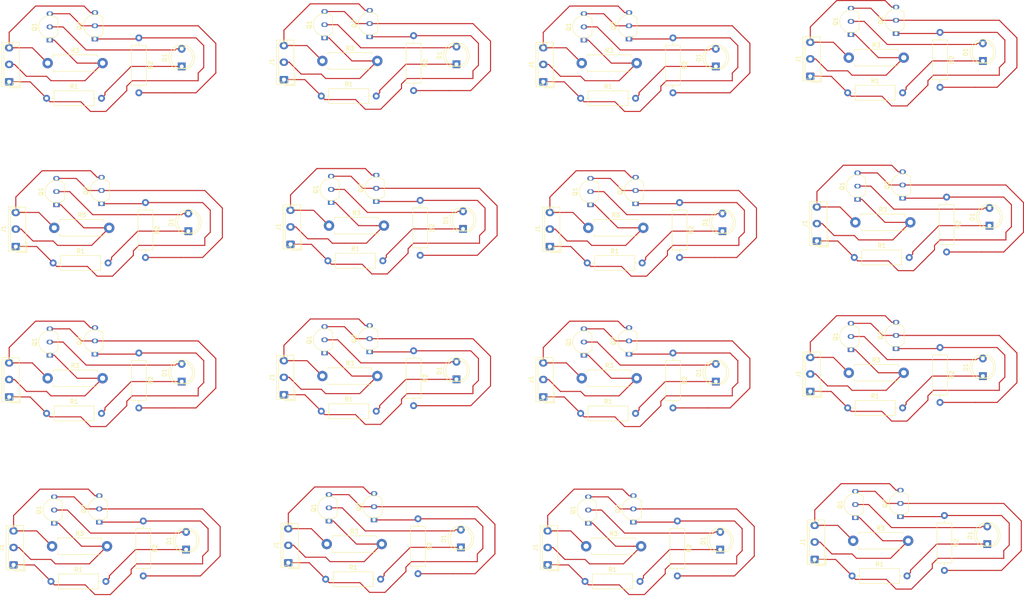
<source format=kicad_pcb>
(kicad_pcb (version 20171130) (host pcbnew 5.1.4-e60b266~84~ubuntu18.04.1)
  (layers (0 F.Cu signal) (31 B.Cu signal hide) (34 B.Paste user hide) (35 F.Paste user hide) (36 B.SilkS user hide) (37 F.SilkS user hide) (38 B.Mask user hide) (39 F.Mask user hide) (44 Edge.Cuts user hide))
  (net 0 "")
  (net 1 "Net-(D1-Pad2)")
  (net 2 "Net-(D1-Pad1)")
  (net 3 "Net-(J1-Pad3)")
  (net 4 "Net-(J1-Pad2)")
  (net 5 "Net-(J1-Pad1)")
  (net 6 "Net-(Q1-Pad3)")
  (module Resistor_THT:R_Axial_DIN0309_L9.0mm_D3.2mm_P12.70mm_Horizontal (layer F.Cu) (at 102.108 156.21)
    (fp_text reference R1 (at 6.35 -2.72) (layer F.SilkS))
    (fp_text value 220)
    (pad 2 thru_hole oval (at 12.7 0) (size 1.6 1.6) (drill 0.8) (layers *.Cu *.Mask))
    (pad 1 thru_hole circle (at 0 0) (size 1.6 1.6) (drill 0.8) (layers *.Cu *.Mask))
  )
  (module LED_THT:LED_D5.0mm (layer F.Cu) (at 133.35 148.082 90)
    (fp_text reference D1 (at 1.27 -3.96 90) (layer F.SilkS))
    (fp_text value LED)
    (pad 2 thru_hole circle (at 3.302 0 90) (size 1.8 1.8) (drill 0.9) (layers *.Cu *.Mask))
    (pad 1 thru_hole rect (at -0.762 0 90) (size 1.8 1.8) (drill 0.9) (layers *.Cu *.Mask))
  )
  (module Resistor_THT:R_Axial_DIN0309_L9.0mm_D3.2mm_P12.70mm_Horizontal (layer F.Cu) (at 123.444 142.24 270)
    (fp_text reference R2 (at 6.35 -2.72 90) (layer F.SilkS))
    (fp_text value 1k)
    (pad 1 thru_hole circle (at 0 0 270) (size 1.6 1.6) (drill 0.8) (layers *.Cu *.Mask))
    (pad 2 thru_hole oval (at 12.7 0 270) (size 1.6 1.6) (drill 0.8) (layers *.Cu *.Mask))
  )
  (module Package_TO_SOT_THT:TO-92_Inline (layer F.Cu) (at 113.284 140.716 90)
    (fp_text reference Q2 (at 1.27 -3.56 90) (layer F.SilkS))
    (fp_text value 2N3904)
    (pad 2 thru_hole oval (at 1.27 0 90) (size 1.05 1.5) (drill 0.75) (layers *.Cu *.Mask))
    (pad 3 thru_hole oval (at 4.318 0 90) (size 1.05 1.5) (drill 0.75) (layers *.Cu *.Mask))
    (pad 1 thru_hole rect (at -1.778 0 90) (size 1.05 1.5) (drill 0.75) (layers *.Cu *.Mask))
  )
  (module Connector_JST:JST_EH_B3B-EH-A_1x03_P2.50mm_Vertical (layer F.Cu) (at 93.472 150.876 90)
    (fp_text reference J1 (at 2.5 -2.8 90) (layer F.SilkS))
    (fp_text value Conn_01x03_Male)
    (pad 3 thru_hole oval (at 6.35 0 90) (size 1.7 1.95) (drill 0.95) (layers *.Cu *.Mask))
    (pad 2 thru_hole oval (at 2.5 0 90) (size 1.7 1.95) (drill 0.95) (layers *.Cu *.Mask))
    (pad 1 thru_hole roundrect (at -1.524 0 90) (size 1.7 1.95) (drill 0.95) (layers *.Cu *.Mask) (roundrect_rratio 0.147059))
  )
  (module Resistor_THT:R_Axial_DIN0411_L9.9mm_D3.6mm_P12.70mm_Horizontal (layer F.Cu) (at 102.362 148.082)
    (fp_text reference R3 (at 6.35 -2.92) (layer F.SilkS))
    (fp_text value 220)
    (pad 2 thru_hole oval (at 12.7 0) (size 2.4 2.4) (drill 1.2) (layers *.Cu *.Mask))
    (pad 1 thru_hole circle (at 0 0) (size 2.4 2.4) (drill 1.2) (layers *.Cu *.Mask))
  )
  (module LED_THT:LED_D5.0mm (layer F.Cu) (at 69.85 148.59 90)
    (fp_text reference D1 (at 1.27 -3.96 90) (layer F.SilkS))
    (fp_text value LED)
    (pad 1 thru_hole rect (at -0.762 0 90) (size 1.8 1.8) (drill 0.9) (layers *.Cu *.Mask))
    (pad 2 thru_hole circle (at 3.302 0 90) (size 1.8 1.8) (drill 0.9) (layers *.Cu *.Mask))
  )
  (module Connector_JST:JST_EH_B3B-EH-A_1x03_P2.50mm_Vertical (layer F.Cu) (at 29.972 151.384 90)
    (fp_text reference J1 (at 2.5 -2.8 90) (layer F.SilkS))
    (fp_text value Conn_01x03_Male)
    (pad 1 thru_hole roundrect (at -1.524 0 90) (size 1.7 1.95) (drill 0.95) (layers *.Cu *.Mask) (roundrect_rratio 0.147059))
    (pad 2 thru_hole oval (at 2.5 0 90) (size 1.7 1.95) (drill 0.95) (layers *.Cu *.Mask))
    (pad 3 thru_hole oval (at 6.35 0 90) (size 1.7 1.95) (drill 0.95) (layers *.Cu *.Mask))
  )
  (module Connector_JST:JST_EH_B3B-EH-A_1x03_P2.50mm_Vertical (layer F.Cu) (at 215.138 150.114 90)
    (fp_text reference J1 (at 2.5 -2.8 90) (layer F.SilkS))
    (fp_text value Conn_01x03_Male)
    (pad 3 thru_hole oval (at 6.35 0 90) (size 1.7 1.95) (drill 0.95) (layers *.Cu *.Mask))
    (pad 2 thru_hole oval (at 2.5 0 90) (size 1.7 1.95) (drill 0.95) (layers *.Cu *.Mask))
    (pad 1 thru_hole roundrect (at -1.524 0 90) (size 1.7 1.95) (drill 0.95) (layers *.Cu *.Mask) (roundrect_rratio 0.147059))
  )
  (module Resistor_THT:R_Axial_DIN0309_L9.0mm_D3.2mm_P12.70mm_Horizontal (layer F.Cu) (at 223.774 155.448)
    (fp_text reference R1 (at 6.35 -2.72) (layer F.SilkS))
    (fp_text value 220)
    (pad 2 thru_hole oval (at 12.7 0) (size 1.6 1.6) (drill 0.8) (layers *.Cu *.Mask))
    (pad 1 thru_hole circle (at 0 0) (size 1.6 1.6) (drill 0.8) (layers *.Cu *.Mask))
  )
  (module LED_THT:LED_D5.0mm (layer F.Cu) (at 255.016 147.32 90)
    (fp_text reference D1 (at 1.27 -3.96 90) (layer F.SilkS))
    (fp_text value LED)
    (pad 2 thru_hole circle (at 3.302 0 90) (size 1.8 1.8) (drill 0.9) (layers *.Cu *.Mask))
    (pad 1 thru_hole rect (at -0.762 0 90) (size 1.8 1.8) (drill 0.9) (layers *.Cu *.Mask))
  )
  (module Resistor_THT:R_Axial_DIN0309_L9.0mm_D3.2mm_P12.70mm_Horizontal (layer F.Cu) (at 38.608 156.718)
    (fp_text reference R1 (at 6.35 -2.72) (layer F.SilkS))
    (fp_text value 220)
    (pad 1 thru_hole circle (at 0 0) (size 1.6 1.6) (drill 0.8) (layers *.Cu *.Mask))
    (pad 2 thru_hole oval (at 12.7 0) (size 1.6 1.6) (drill 0.8) (layers *.Cu *.Mask))
  )
  (module Resistor_THT:R_Axial_DIN0309_L9.0mm_D3.2mm_P12.70mm_Horizontal (layer F.Cu) (at 59.944 142.748 270)
    (fp_text reference R2 (at 6.35 -2.72 90) (layer F.SilkS))
    (fp_text value 1k)
    (pad 2 thru_hole oval (at 12.7 0 270) (size 1.6 1.6) (drill 0.8) (layers *.Cu *.Mask))
    (pad 1 thru_hole circle (at 0 0 270) (size 1.6 1.6) (drill 0.8) (layers *.Cu *.Mask))
  )
  (module Package_TO_SOT_THT:TO-92_Inline (layer F.Cu) (at 39.37 141.478 90)
    (fp_text reference Q1 (at 1.27 -3.56 90) (layer F.SilkS))
    (fp_text value 2N3904)
    (pad 2 thru_hole oval (at 1.27 0 90) (size 1.05 1.5) (drill 0.75) (layers *.Cu *.Mask))
    (pad 3 thru_hole oval (at 4.318 0 90) (size 1.05 1.5) (drill 0.75) (layers *.Cu *.Mask))
    (pad 1 thru_hole rect (at -1.778 0 90) (size 1.05 1.5) (drill 0.75) (layers *.Cu *.Mask))
  )
  (module Package_TO_SOT_THT:TO-92_Inline (layer F.Cu) (at 49.784 141.224 90)
    (fp_text reference Q2 (at 1.27 -3.56 90) (layer F.SilkS))
    (fp_text value 2N3904)
    (pad 1 thru_hole rect (at -1.778 0 90) (size 1.05 1.5) (drill 0.75) (layers *.Cu *.Mask))
    (pad 3 thru_hole oval (at 4.318 0 90) (size 1.05 1.5) (drill 0.75) (layers *.Cu *.Mask))
    (pad 2 thru_hole oval (at 1.27 0 90) (size 1.05 1.5) (drill 0.75) (layers *.Cu *.Mask))
  )
  (module LED_THT:LED_D5.0mm (layer F.Cu) (at 193.294 148.59 90)
    (fp_text reference D1 (at 1.27 -3.96 90) (layer F.SilkS))
    (fp_text value LED)
    (pad 2 thru_hole circle (at 3.302 0 90) (size 1.8 1.8) (drill 0.9) (layers *.Cu *.Mask))
    (pad 1 thru_hole rect (at -0.762 0 90) (size 1.8 1.8) (drill 0.9) (layers *.Cu *.Mask))
  )
  (module Connector_JST:JST_EH_B3B-EH-A_1x03_P2.50mm_Vertical (layer F.Cu) (at 153.416 151.384 90)
    (fp_text reference J1 (at 2.5 -2.8 90) (layer F.SilkS))
    (fp_text value Conn_01x03_Male)
    (pad 3 thru_hole oval (at 6.35 0 90) (size 1.7 1.95) (drill 0.95) (layers *.Cu *.Mask))
    (pad 2 thru_hole oval (at 2.5 0 90) (size 1.7 1.95) (drill 0.95) (layers *.Cu *.Mask))
    (pad 1 thru_hole roundrect (at -1.524 0 90) (size 1.7 1.95) (drill 0.95) (layers *.Cu *.Mask) (roundrect_rratio 0.147059))
  )
  (module Resistor_THT:R_Axial_DIN0309_L9.0mm_D3.2mm_P12.70mm_Horizontal (layer F.Cu) (at 162.052 156.718)
    (fp_text reference R1 (at 6.35 -2.72) (layer F.SilkS))
    (fp_text value 220)
    (pad 2 thru_hole oval (at 12.7 0) (size 1.6 1.6) (drill 0.8) (layers *.Cu *.Mask))
    (pad 1 thru_hole circle (at 0 0) (size 1.6 1.6) (drill 0.8) (layers *.Cu *.Mask))
  )
  (module Resistor_THT:R_Axial_DIN0309_L9.0mm_D3.2mm_P12.70mm_Horizontal (layer F.Cu) (at 245.11 141.478 270)
    (fp_text reference R2 (at 6.35 -2.72 90) (layer F.SilkS))
    (fp_text value 1k)
    (pad 1 thru_hole circle (at 0 0 270) (size 1.6 1.6) (drill 0.8) (layers *.Cu *.Mask))
    (pad 2 thru_hole oval (at 12.7 0 270) (size 1.6 1.6) (drill 0.8) (layers *.Cu *.Mask))
  )
  (module Package_TO_SOT_THT:TO-92_Inline (layer F.Cu) (at 224.536 140.208 90)
    (fp_text reference Q1 (at 1.27 -3.56 90) (layer F.SilkS))
    (fp_text value 2N3904)
    (pad 1 thru_hole rect (at -1.778 0 90) (size 1.05 1.5) (drill 0.75) (layers *.Cu *.Mask))
    (pad 3 thru_hole oval (at 4.318 0 90) (size 1.05 1.5) (drill 0.75) (layers *.Cu *.Mask))
    (pad 2 thru_hole oval (at 1.27 0 90) (size 1.05 1.5) (drill 0.75) (layers *.Cu *.Mask))
  )
  (module Package_TO_SOT_THT:TO-92_Inline (layer F.Cu) (at 234.95 139.954 90)
    (fp_text reference Q2 (at 1.27 -3.56 90) (layer F.SilkS))
    (fp_text value 2N3904)
    (pad 2 thru_hole oval (at 1.27 0 90) (size 1.05 1.5) (drill 0.75) (layers *.Cu *.Mask))
    (pad 3 thru_hole oval (at 4.318 0 90) (size 1.05 1.5) (drill 0.75) (layers *.Cu *.Mask))
    (pad 1 thru_hole rect (at -1.778 0 90) (size 1.05 1.5) (drill 0.75) (layers *.Cu *.Mask))
  )
  (module Resistor_THT:R_Axial_DIN0309_L9.0mm_D3.2mm_P12.70mm_Horizontal (layer F.Cu) (at 183.388 142.748 270)
    (fp_text reference R2 (at 6.35 -2.72 90) (layer F.SilkS))
    (fp_text value 1k)
    (pad 1 thru_hole circle (at 0 0 270) (size 1.6 1.6) (drill 0.8) (layers *.Cu *.Mask))
    (pad 2 thru_hole oval (at 12.7 0 270) (size 1.6 1.6) (drill 0.8) (layers *.Cu *.Mask))
  )
  (module Package_TO_SOT_THT:TO-92_Inline (layer F.Cu) (at 162.814 141.478 90)
    (fp_text reference Q1 (at 1.27 -3.56 90) (layer F.SilkS))
    (fp_text value 2N3904)
    (pad 1 thru_hole rect (at -1.778 0 90) (size 1.05 1.5) (drill 0.75) (layers *.Cu *.Mask))
    (pad 3 thru_hole oval (at 4.318 0 90) (size 1.05 1.5) (drill 0.75) (layers *.Cu *.Mask))
    (pad 2 thru_hole oval (at 1.27 0 90) (size 1.05 1.5) (drill 0.75) (layers *.Cu *.Mask))
  )
  (module Package_TO_SOT_THT:TO-92_Inline (layer F.Cu) (at 173.228 141.224 90)
    (fp_text reference Q2 (at 1.27 -3.56 90) (layer F.SilkS))
    (fp_text value 2N3904)
    (pad 2 thru_hole oval (at 1.27 0 90) (size 1.05 1.5) (drill 0.75) (layers *.Cu *.Mask))
    (pad 3 thru_hole oval (at 4.318 0 90) (size 1.05 1.5) (drill 0.75) (layers *.Cu *.Mask))
    (pad 1 thru_hole rect (at -1.778 0 90) (size 1.05 1.5) (drill 0.75) (layers *.Cu *.Mask))
  )
  (module Resistor_THT:R_Axial_DIN0411_L9.9mm_D3.6mm_P12.70mm_Horizontal (layer F.Cu) (at 224.028 147.32)
    (fp_text reference R3 (at 6.35 -2.92) (layer F.SilkS))
    (fp_text value 220)
    (pad 2 thru_hole oval (at 12.7 0) (size 2.4 2.4) (drill 1.2) (layers *.Cu *.Mask))
    (pad 1 thru_hole circle (at 0 0) (size 2.4 2.4) (drill 1.2) (layers *.Cu *.Mask))
  )
  (module Resistor_THT:R_Axial_DIN0411_L9.9mm_D3.6mm_P12.70mm_Horizontal (layer F.Cu) (at 162.306 148.59)
    (fp_text reference R3 (at 6.35 -2.92) (layer F.SilkS))
    (fp_text value 220)
    (pad 2 thru_hole oval (at 12.7 0) (size 2.4 2.4) (drill 1.2) (layers *.Cu *.Mask))
    (pad 1 thru_hole circle (at 0 0) (size 2.4 2.4) (drill 1.2) (layers *.Cu *.Mask))
  )
  (module Package_TO_SOT_THT:TO-92_Inline (layer F.Cu) (at 102.87 140.97 90)
    (fp_text reference Q1 (at 1.27 -3.56 90) (layer F.SilkS))
    (fp_text value 2N3904)
    (pad 1 thru_hole rect (at -1.778 0 90) (size 1.05 1.5) (drill 0.75) (layers *.Cu *.Mask))
    (pad 3 thru_hole oval (at 4.318 0 90) (size 1.05 1.5) (drill 0.75) (layers *.Cu *.Mask))
    (pad 2 thru_hole oval (at 1.27 0 90) (size 1.05 1.5) (drill 0.75) (layers *.Cu *.Mask))
  )
  (module Resistor_THT:R_Axial_DIN0411_L9.9mm_D3.6mm_P12.70mm_Horizontal (layer F.Cu) (at 38.862 148.59)
    (fp_text reference R3 (at 6.35 -2.92) (layer F.SilkS))
    (fp_text value 220)
    (pad 1 thru_hole circle (at 0 0) (size 2.4 2.4) (drill 1.2) (layers *.Cu *.Mask))
    (pad 2 thru_hole oval (at 12.7 0) (size 2.4 2.4) (drill 1.2) (layers *.Cu *.Mask))
  )
  (module Resistor_THT:R_Axial_DIN0309_L9.0mm_D3.2mm_P12.70mm_Horizontal (layer F.Cu) (at 101.092 117.348)
    (fp_text reference R1 (at 6.35 -2.72) (layer F.SilkS))
    (fp_text value 220)
    (pad 2 thru_hole oval (at 12.7 0) (size 1.6 1.6) (drill 0.8) (layers *.Cu *.Mask))
    (pad 1 thru_hole circle (at 0 0) (size 1.6 1.6) (drill 0.8) (layers *.Cu *.Mask))
  )
  (module LED_THT:LED_D5.0mm (layer F.Cu) (at 132.334 109.22 90)
    (fp_text reference D1 (at 1.27 -3.96 90) (layer F.SilkS))
    (fp_text value LED)
    (pad 2 thru_hole circle (at 3.302 0 90) (size 1.8 1.8) (drill 0.9) (layers *.Cu *.Mask))
    (pad 1 thru_hole rect (at -0.762 0 90) (size 1.8 1.8) (drill 0.9) (layers *.Cu *.Mask))
  )
  (module Resistor_THT:R_Axial_DIN0309_L9.0mm_D3.2mm_P12.70mm_Horizontal (layer F.Cu) (at 122.428 103.378 270)
    (fp_text reference R2 (at 6.35 -2.72 90) (layer F.SilkS))
    (fp_text value 1k)
    (pad 1 thru_hole circle (at 0 0 270) (size 1.6 1.6) (drill 0.8) (layers *.Cu *.Mask))
    (pad 2 thru_hole oval (at 12.7 0 270) (size 1.6 1.6) (drill 0.8) (layers *.Cu *.Mask))
  )
  (module Package_TO_SOT_THT:TO-92_Inline (layer F.Cu) (at 112.268 101.854 90)
    (fp_text reference Q2 (at 1.27 -3.56 90) (layer F.SilkS))
    (fp_text value 2N3904)
    (pad 2 thru_hole oval (at 1.27 0 90) (size 1.05 1.5) (drill 0.75) (layers *.Cu *.Mask))
    (pad 3 thru_hole oval (at 4.318 0 90) (size 1.05 1.5) (drill 0.75) (layers *.Cu *.Mask))
    (pad 1 thru_hole rect (at -1.778 0 90) (size 1.05 1.5) (drill 0.75) (layers *.Cu *.Mask))
  )
  (module Connector_JST:JST_EH_B3B-EH-A_1x03_P2.50mm_Vertical (layer F.Cu) (at 92.456 112.014 90)
    (fp_text reference J1 (at 2.5 -2.8 90) (layer F.SilkS))
    (fp_text value Conn_01x03_Male)
    (pad 3 thru_hole oval (at 6.35 0 90) (size 1.7 1.95) (drill 0.95) (layers *.Cu *.Mask))
    (pad 2 thru_hole oval (at 2.5 0 90) (size 1.7 1.95) (drill 0.95) (layers *.Cu *.Mask))
    (pad 1 thru_hole roundrect (at -1.524 0 90) (size 1.7 1.95) (drill 0.95) (layers *.Cu *.Mask) (roundrect_rratio 0.147059))
  )
  (module Resistor_THT:R_Axial_DIN0411_L9.9mm_D3.6mm_P12.70mm_Horizontal (layer F.Cu) (at 101.346 109.22)
    (fp_text reference R3 (at 6.35 -2.92) (layer F.SilkS))
    (fp_text value 220)
    (pad 2 thru_hole oval (at 12.7 0) (size 2.4 2.4) (drill 1.2) (layers *.Cu *.Mask))
    (pad 1 thru_hole circle (at 0 0) (size 2.4 2.4) (drill 1.2) (layers *.Cu *.Mask))
  )
  (module LED_THT:LED_D5.0mm (layer F.Cu) (at 68.834 109.728 90)
    (fp_text reference D1 (at 1.27 -3.96 90) (layer F.SilkS))
    (fp_text value LED)
    (pad 1 thru_hole rect (at -0.762 0 90) (size 1.8 1.8) (drill 0.9) (layers *.Cu *.Mask))
    (pad 2 thru_hole circle (at 3.302 0 90) (size 1.8 1.8) (drill 0.9) (layers *.Cu *.Mask))
  )
  (module Connector_JST:JST_EH_B3B-EH-A_1x03_P2.50mm_Vertical (layer F.Cu) (at 28.956 112.522 90)
    (fp_text reference J1 (at 2.5 -2.8 90) (layer F.SilkS))
    (fp_text value Conn_01x03_Male)
    (pad 1 thru_hole roundrect (at -1.524 0 90) (size 1.7 1.95) (drill 0.95) (layers *.Cu *.Mask) (roundrect_rratio 0.147059))
    (pad 2 thru_hole oval (at 2.5 0 90) (size 1.7 1.95) (drill 0.95) (layers *.Cu *.Mask))
    (pad 3 thru_hole oval (at 6.35 0 90) (size 1.7 1.95) (drill 0.95) (layers *.Cu *.Mask))
  )
  (module Connector_JST:JST_EH_B3B-EH-A_1x03_P2.50mm_Vertical (layer F.Cu) (at 214.122 111.252 90)
    (fp_text reference J1 (at 2.5 -2.8 90) (layer F.SilkS))
    (fp_text value Conn_01x03_Male)
    (pad 3 thru_hole oval (at 6.35 0 90) (size 1.7 1.95) (drill 0.95) (layers *.Cu *.Mask))
    (pad 2 thru_hole oval (at 2.5 0 90) (size 1.7 1.95) (drill 0.95) (layers *.Cu *.Mask))
    (pad 1 thru_hole roundrect (at -1.524 0 90) (size 1.7 1.95) (drill 0.95) (layers *.Cu *.Mask) (roundrect_rratio 0.147059))
  )
  (module Resistor_THT:R_Axial_DIN0309_L9.0mm_D3.2mm_P12.70mm_Horizontal (layer F.Cu) (at 222.758 116.586)
    (fp_text reference R1 (at 6.35 -2.72) (layer F.SilkS))
    (fp_text value 220)
    (pad 2 thru_hole oval (at 12.7 0) (size 1.6 1.6) (drill 0.8) (layers *.Cu *.Mask))
    (pad 1 thru_hole circle (at 0 0) (size 1.6 1.6) (drill 0.8) (layers *.Cu *.Mask))
  )
  (module LED_THT:LED_D5.0mm (layer F.Cu) (at 254 108.458 90)
    (fp_text reference D1 (at 1.27 -3.96 90) (layer F.SilkS))
    (fp_text value LED)
    (pad 2 thru_hole circle (at 3.302 0 90) (size 1.8 1.8) (drill 0.9) (layers *.Cu *.Mask))
    (pad 1 thru_hole rect (at -0.762 0 90) (size 1.8 1.8) (drill 0.9) (layers *.Cu *.Mask))
  )
  (module Resistor_THT:R_Axial_DIN0309_L9.0mm_D3.2mm_P12.70mm_Horizontal (layer F.Cu) (at 37.592 117.856)
    (fp_text reference R1 (at 6.35 -2.72) (layer F.SilkS))
    (fp_text value 220)
    (pad 1 thru_hole circle (at 0 0) (size 1.6 1.6) (drill 0.8) (layers *.Cu *.Mask))
    (pad 2 thru_hole oval (at 12.7 0) (size 1.6 1.6) (drill 0.8) (layers *.Cu *.Mask))
  )
  (module Resistor_THT:R_Axial_DIN0309_L9.0mm_D3.2mm_P12.70mm_Horizontal (layer F.Cu) (at 58.928 103.886 270)
    (fp_text reference R2 (at 6.35 -2.72 90) (layer F.SilkS))
    (fp_text value 1k)
    (pad 2 thru_hole oval (at 12.7 0 270) (size 1.6 1.6) (drill 0.8) (layers *.Cu *.Mask))
    (pad 1 thru_hole circle (at 0 0 270) (size 1.6 1.6) (drill 0.8) (layers *.Cu *.Mask))
  )
  (module Package_TO_SOT_THT:TO-92_Inline (layer F.Cu) (at 38.354 102.616 90)
    (fp_text reference Q1 (at 1.27 -3.56 90) (layer F.SilkS))
    (fp_text value 2N3904)
    (pad 2 thru_hole oval (at 1.27 0 90) (size 1.05 1.5) (drill 0.75) (layers *.Cu *.Mask))
    (pad 3 thru_hole oval (at 4.318 0 90) (size 1.05 1.5) (drill 0.75) (layers *.Cu *.Mask))
    (pad 1 thru_hole rect (at -1.778 0 90) (size 1.05 1.5) (drill 0.75) (layers *.Cu *.Mask))
  )
  (module Package_TO_SOT_THT:TO-92_Inline (layer F.Cu) (at 48.768 102.362 90)
    (fp_text reference Q2 (at 1.27 -3.56 90) (layer F.SilkS))
    (fp_text value 2N3904)
    (pad 1 thru_hole rect (at -1.778 0 90) (size 1.05 1.5) (drill 0.75) (layers *.Cu *.Mask))
    (pad 3 thru_hole oval (at 4.318 0 90) (size 1.05 1.5) (drill 0.75) (layers *.Cu *.Mask))
    (pad 2 thru_hole oval (at 1.27 0 90) (size 1.05 1.5) (drill 0.75) (layers *.Cu *.Mask))
  )
  (module LED_THT:LED_D5.0mm (layer F.Cu) (at 192.278 109.728 90)
    (fp_text reference D1 (at 1.27 -3.96 90) (layer F.SilkS))
    (fp_text value LED)
    (pad 2 thru_hole circle (at 3.302 0 90) (size 1.8 1.8) (drill 0.9) (layers *.Cu *.Mask))
    (pad 1 thru_hole rect (at -0.762 0 90) (size 1.8 1.8) (drill 0.9) (layers *.Cu *.Mask))
  )
  (module Connector_JST:JST_EH_B3B-EH-A_1x03_P2.50mm_Vertical (layer F.Cu) (at 152.4 112.522 90)
    (fp_text reference J1 (at 2.5 -2.8 90) (layer F.SilkS))
    (fp_text value Conn_01x03_Male)
    (pad 3 thru_hole oval (at 6.35 0 90) (size 1.7 1.95) (drill 0.95) (layers *.Cu *.Mask))
    (pad 2 thru_hole oval (at 2.5 0 90) (size 1.7 1.95) (drill 0.95) (layers *.Cu *.Mask))
    (pad 1 thru_hole roundrect (at -1.524 0 90) (size 1.7 1.95) (drill 0.95) (layers *.Cu *.Mask) (roundrect_rratio 0.147059))
  )
  (module Resistor_THT:R_Axial_DIN0309_L9.0mm_D3.2mm_P12.70mm_Horizontal (layer F.Cu) (at 161.036 117.856)
    (fp_text reference R1 (at 6.35 -2.72) (layer F.SilkS))
    (fp_text value 220)
    (pad 2 thru_hole oval (at 12.7 0) (size 1.6 1.6) (drill 0.8) (layers *.Cu *.Mask))
    (pad 1 thru_hole circle (at 0 0) (size 1.6 1.6) (drill 0.8) (layers *.Cu *.Mask))
  )
  (module Resistor_THT:R_Axial_DIN0309_L9.0mm_D3.2mm_P12.70mm_Horizontal (layer F.Cu) (at 244.094 102.616 270)
    (fp_text reference R2 (at 6.35 -2.72 90) (layer F.SilkS))
    (fp_text value 1k)
    (pad 1 thru_hole circle (at 0 0 270) (size 1.6 1.6) (drill 0.8) (layers *.Cu *.Mask))
    (pad 2 thru_hole oval (at 12.7 0 270) (size 1.6 1.6) (drill 0.8) (layers *.Cu *.Mask))
  )
  (module Package_TO_SOT_THT:TO-92_Inline (layer F.Cu) (at 223.52 101.346 90)
    (fp_text reference Q1 (at 1.27 -3.56 90) (layer F.SilkS))
    (fp_text value 2N3904)
    (pad 1 thru_hole rect (at -1.778 0 90) (size 1.05 1.5) (drill 0.75) (layers *.Cu *.Mask))
    (pad 3 thru_hole oval (at 4.318 0 90) (size 1.05 1.5) (drill 0.75) (layers *.Cu *.Mask))
    (pad 2 thru_hole oval (at 1.27 0 90) (size 1.05 1.5) (drill 0.75) (layers *.Cu *.Mask))
  )
  (module Package_TO_SOT_THT:TO-92_Inline (layer F.Cu) (at 233.934 101.092 90)
    (fp_text reference Q2 (at 1.27 -3.56 90) (layer F.SilkS))
    (fp_text value 2N3904)
    (pad 2 thru_hole oval (at 1.27 0 90) (size 1.05 1.5) (drill 0.75) (layers *.Cu *.Mask))
    (pad 3 thru_hole oval (at 4.318 0 90) (size 1.05 1.5) (drill 0.75) (layers *.Cu *.Mask))
    (pad 1 thru_hole rect (at -1.778 0 90) (size 1.05 1.5) (drill 0.75) (layers *.Cu *.Mask))
  )
  (module Resistor_THT:R_Axial_DIN0309_L9.0mm_D3.2mm_P12.70mm_Horizontal (layer F.Cu) (at 182.372 103.886 270)
    (fp_text reference R2 (at 6.35 -2.72 90) (layer F.SilkS))
    (fp_text value 1k)
    (pad 1 thru_hole circle (at 0 0 270) (size 1.6 1.6) (drill 0.8) (layers *.Cu *.Mask))
    (pad 2 thru_hole oval (at 12.7 0 270) (size 1.6 1.6) (drill 0.8) (layers *.Cu *.Mask))
  )
  (module Package_TO_SOT_THT:TO-92_Inline (layer F.Cu) (at 161.798 102.616 90)
    (fp_text reference Q1 (at 1.27 -3.56 90) (layer F.SilkS))
    (fp_text value 2N3904)
    (pad 1 thru_hole rect (at -1.778 0 90) (size 1.05 1.5) (drill 0.75) (layers *.Cu *.Mask))
    (pad 3 thru_hole oval (at 4.318 0 90) (size 1.05 1.5) (drill 0.75) (layers *.Cu *.Mask))
    (pad 2 thru_hole oval (at 1.27 0 90) (size 1.05 1.5) (drill 0.75) (layers *.Cu *.Mask))
  )
  (module Package_TO_SOT_THT:TO-92_Inline (layer F.Cu) (at 172.212 102.362 90)
    (fp_text reference Q2 (at 1.27 -3.56 90) (layer F.SilkS))
    (fp_text value 2N3904)
    (pad 2 thru_hole oval (at 1.27 0 90) (size 1.05 1.5) (drill 0.75) (layers *.Cu *.Mask))
    (pad 3 thru_hole oval (at 4.318 0 90) (size 1.05 1.5) (drill 0.75) (layers *.Cu *.Mask))
    (pad 1 thru_hole rect (at -1.778 0 90) (size 1.05 1.5) (drill 0.75) (layers *.Cu *.Mask))
  )
  (module Resistor_THT:R_Axial_DIN0411_L9.9mm_D3.6mm_P12.70mm_Horizontal (layer F.Cu) (at 223.012 108.458)
    (fp_text reference R3 (at 6.35 -2.92) (layer F.SilkS))
    (fp_text value 220)
    (pad 2 thru_hole oval (at 12.7 0) (size 2.4 2.4) (drill 1.2) (layers *.Cu *.Mask))
    (pad 1 thru_hole circle (at 0 0) (size 2.4 2.4) (drill 1.2) (layers *.Cu *.Mask))
  )
  (module Resistor_THT:R_Axial_DIN0411_L9.9mm_D3.6mm_P12.70mm_Horizontal (layer F.Cu) (at 161.29 109.728)
    (fp_text reference R3 (at 6.35 -2.92) (layer F.SilkS))
    (fp_text value 220)
    (pad 2 thru_hole oval (at 12.7 0) (size 2.4 2.4) (drill 1.2) (layers *.Cu *.Mask))
    (pad 1 thru_hole circle (at 0 0) (size 2.4 2.4) (drill 1.2) (layers *.Cu *.Mask))
  )
  (module Package_TO_SOT_THT:TO-92_Inline (layer F.Cu) (at 101.854 102.108 90)
    (fp_text reference Q1 (at 1.27 -3.56 90) (layer F.SilkS))
    (fp_text value 2N3904)
    (pad 1 thru_hole rect (at -1.778 0 90) (size 1.05 1.5) (drill 0.75) (layers *.Cu *.Mask))
    (pad 3 thru_hole oval (at 4.318 0 90) (size 1.05 1.5) (drill 0.75) (layers *.Cu *.Mask))
    (pad 2 thru_hole oval (at 1.27 0 90) (size 1.05 1.5) (drill 0.75) (layers *.Cu *.Mask))
  )
  (module Resistor_THT:R_Axial_DIN0411_L9.9mm_D3.6mm_P12.70mm_Horizontal (layer F.Cu) (at 37.846 109.728)
    (fp_text reference R3 (at 6.35 -2.92) (layer F.SilkS))
    (fp_text value 220)
    (pad 1 thru_hole circle (at 0 0) (size 2.4 2.4) (drill 1.2) (layers *.Cu *.Mask))
    (pad 2 thru_hole oval (at 12.7 0) (size 2.4 2.4) (drill 1.2) (layers *.Cu *.Mask))
  )
  (module Resistor_THT:R_Axial_DIN0309_L9.0mm_D3.2mm_P12.70mm_Horizontal (layer F.Cu) (at 102.616 82.55)
    (fp_text reference R1 (at 6.35 -2.72) (layer F.SilkS))
    (fp_text value 220)
    (pad 2 thru_hole oval (at 12.7 0) (size 1.6 1.6) (drill 0.8) (layers *.Cu *.Mask))
    (pad 1 thru_hole circle (at 0 0) (size 1.6 1.6) (drill 0.8) (layers *.Cu *.Mask))
  )
  (module LED_THT:LED_D5.0mm (layer F.Cu) (at 133.858 74.422 90)
    (fp_text reference D1 (at 1.27 -3.96 90) (layer F.SilkS))
    (fp_text value LED)
    (pad 2 thru_hole circle (at 3.302 0 90) (size 1.8 1.8) (drill 0.9) (layers *.Cu *.Mask))
    (pad 1 thru_hole rect (at -0.762 0 90) (size 1.8 1.8) (drill 0.9) (layers *.Cu *.Mask))
  )
  (module Resistor_THT:R_Axial_DIN0309_L9.0mm_D3.2mm_P12.70mm_Horizontal (layer F.Cu) (at 123.952 68.58 270)
    (fp_text reference R2 (at 6.35 -2.72 90) (layer F.SilkS))
    (fp_text value 1k)
    (pad 1 thru_hole circle (at 0 0 270) (size 1.6 1.6) (drill 0.8) (layers *.Cu *.Mask))
    (pad 2 thru_hole oval (at 12.7 0 270) (size 1.6 1.6) (drill 0.8) (layers *.Cu *.Mask))
  )
  (module Package_TO_SOT_THT:TO-92_Inline (layer F.Cu) (at 113.792 67.056 90)
    (fp_text reference Q2 (at 1.27 -3.56 90) (layer F.SilkS))
    (fp_text value 2N3904)
    (pad 2 thru_hole oval (at 1.27 0 90) (size 1.05 1.5) (drill 0.75) (layers *.Cu *.Mask))
    (pad 3 thru_hole oval (at 4.318 0 90) (size 1.05 1.5) (drill 0.75) (layers *.Cu *.Mask))
    (pad 1 thru_hole rect (at -1.778 0 90) (size 1.05 1.5) (drill 0.75) (layers *.Cu *.Mask))
  )
  (module Connector_JST:JST_EH_B3B-EH-A_1x03_P2.50mm_Vertical (layer F.Cu) (at 93.98 77.216 90)
    (fp_text reference J1 (at 2.5 -2.8 90) (layer F.SilkS))
    (fp_text value Conn_01x03_Male)
    (pad 3 thru_hole oval (at 6.35 0 90) (size 1.7 1.95) (drill 0.95) (layers *.Cu *.Mask))
    (pad 2 thru_hole oval (at 2.5 0 90) (size 1.7 1.95) (drill 0.95) (layers *.Cu *.Mask))
    (pad 1 thru_hole roundrect (at -1.524 0 90) (size 1.7 1.95) (drill 0.95) (layers *.Cu *.Mask) (roundrect_rratio 0.147059))
  )
  (module Resistor_THT:R_Axial_DIN0411_L9.9mm_D3.6mm_P12.70mm_Horizontal (layer F.Cu) (at 102.87 74.422)
    (fp_text reference R3 (at 6.35 -2.92) (layer F.SilkS))
    (fp_text value 220)
    (pad 2 thru_hole oval (at 12.7 0) (size 2.4 2.4) (drill 1.2) (layers *.Cu *.Mask))
    (pad 1 thru_hole circle (at 0 0) (size 2.4 2.4) (drill 1.2) (layers *.Cu *.Mask))
  )
  (module LED_THT:LED_D5.0mm (layer F.Cu) (at 70.358 74.93 90)
    (fp_text reference D1 (at 1.27 -3.96 90) (layer F.SilkS))
    (fp_text value LED)
    (pad 1 thru_hole rect (at -0.762 0 90) (size 1.8 1.8) (drill 0.9) (layers *.Cu *.Mask))
    (pad 2 thru_hole circle (at 3.302 0 90) (size 1.8 1.8) (drill 0.9) (layers *.Cu *.Mask))
  )
  (module Connector_JST:JST_EH_B3B-EH-A_1x03_P2.50mm_Vertical (layer F.Cu) (at 30.48 77.724 90)
    (fp_text reference J1 (at 2.5 -2.8 90) (layer F.SilkS))
    (fp_text value Conn_01x03_Male)
    (pad 1 thru_hole roundrect (at -1.524 0 90) (size 1.7 1.95) (drill 0.95) (layers *.Cu *.Mask) (roundrect_rratio 0.147059))
    (pad 2 thru_hole oval (at 2.5 0 90) (size 1.7 1.95) (drill 0.95) (layers *.Cu *.Mask))
    (pad 3 thru_hole oval (at 6.35 0 90) (size 1.7 1.95) (drill 0.95) (layers *.Cu *.Mask))
  )
  (module Connector_JST:JST_EH_B3B-EH-A_1x03_P2.50mm_Vertical (layer F.Cu) (at 215.646 76.454 90)
    (fp_text reference J1 (at 2.5 -2.8 90) (layer F.SilkS))
    (fp_text value Conn_01x03_Male)
    (pad 3 thru_hole oval (at 6.35 0 90) (size 1.7 1.95) (drill 0.95) (layers *.Cu *.Mask))
    (pad 2 thru_hole oval (at 2.5 0 90) (size 1.7 1.95) (drill 0.95) (layers *.Cu *.Mask))
    (pad 1 thru_hole roundrect (at -1.524 0 90) (size 1.7 1.95) (drill 0.95) (layers *.Cu *.Mask) (roundrect_rratio 0.147059))
  )
  (module Resistor_THT:R_Axial_DIN0309_L9.0mm_D3.2mm_P12.70mm_Horizontal (layer F.Cu) (at 224.282 81.788)
    (fp_text reference R1 (at 6.35 -2.72) (layer F.SilkS))
    (fp_text value 220)
    (pad 2 thru_hole oval (at 12.7 0) (size 1.6 1.6) (drill 0.8) (layers *.Cu *.Mask))
    (pad 1 thru_hole circle (at 0 0) (size 1.6 1.6) (drill 0.8) (layers *.Cu *.Mask))
  )
  (module LED_THT:LED_D5.0mm (layer F.Cu) (at 255.524 73.66 90)
    (fp_text reference D1 (at 1.27 -3.96 90) (layer F.SilkS))
    (fp_text value LED)
    (pad 2 thru_hole circle (at 3.302 0 90) (size 1.8 1.8) (drill 0.9) (layers *.Cu *.Mask))
    (pad 1 thru_hole rect (at -0.762 0 90) (size 1.8 1.8) (drill 0.9) (layers *.Cu *.Mask))
  )
  (module Resistor_THT:R_Axial_DIN0309_L9.0mm_D3.2mm_P12.70mm_Horizontal (layer F.Cu) (at 39.116 83.058)
    (fp_text reference R1 (at 6.35 -2.72) (layer F.SilkS))
    (fp_text value 220)
    (pad 1 thru_hole circle (at 0 0) (size 1.6 1.6) (drill 0.8) (layers *.Cu *.Mask))
    (pad 2 thru_hole oval (at 12.7 0) (size 1.6 1.6) (drill 0.8) (layers *.Cu *.Mask))
  )
  (module Resistor_THT:R_Axial_DIN0309_L9.0mm_D3.2mm_P12.70mm_Horizontal (layer F.Cu) (at 60.452 69.088 270)
    (fp_text reference R2 (at 6.35 -2.72 90) (layer F.SilkS))
    (fp_text value 1k)
    (pad 2 thru_hole oval (at 12.7 0 270) (size 1.6 1.6) (drill 0.8) (layers *.Cu *.Mask))
    (pad 1 thru_hole circle (at 0 0 270) (size 1.6 1.6) (drill 0.8) (layers *.Cu *.Mask))
  )
  (module Package_TO_SOT_THT:TO-92_Inline (layer F.Cu) (at 39.878 67.818 90)
    (fp_text reference Q1 (at 1.27 -3.56 90) (layer F.SilkS))
    (fp_text value 2N3904)
    (pad 2 thru_hole oval (at 1.27 0 90) (size 1.05 1.5) (drill 0.75) (layers *.Cu *.Mask))
    (pad 3 thru_hole oval (at 4.318 0 90) (size 1.05 1.5) (drill 0.75) (layers *.Cu *.Mask))
    (pad 1 thru_hole rect (at -1.778 0 90) (size 1.05 1.5) (drill 0.75) (layers *.Cu *.Mask))
  )
  (module Package_TO_SOT_THT:TO-92_Inline (layer F.Cu) (at 50.292 67.564 90)
    (fp_text reference Q2 (at 1.27 -3.56 90) (layer F.SilkS))
    (fp_text value 2N3904)
    (pad 1 thru_hole rect (at -1.778 0 90) (size 1.05 1.5) (drill 0.75) (layers *.Cu *.Mask))
    (pad 3 thru_hole oval (at 4.318 0 90) (size 1.05 1.5) (drill 0.75) (layers *.Cu *.Mask))
    (pad 2 thru_hole oval (at 1.27 0 90) (size 1.05 1.5) (drill 0.75) (layers *.Cu *.Mask))
  )
  (module LED_THT:LED_D5.0mm (layer F.Cu) (at 193.802 74.93 90)
    (fp_text reference D1 (at 1.27 -3.96 90) (layer F.SilkS))
    (fp_text value LED)
    (pad 2 thru_hole circle (at 3.302 0 90) (size 1.8 1.8) (drill 0.9) (layers *.Cu *.Mask))
    (pad 1 thru_hole rect (at -0.762 0 90) (size 1.8 1.8) (drill 0.9) (layers *.Cu *.Mask))
  )
  (module Connector_JST:JST_EH_B3B-EH-A_1x03_P2.50mm_Vertical (layer F.Cu) (at 153.924 77.724 90)
    (fp_text reference J1 (at 2.5 -2.8 90) (layer F.SilkS))
    (fp_text value Conn_01x03_Male)
    (pad 3 thru_hole oval (at 6.35 0 90) (size 1.7 1.95) (drill 0.95) (layers *.Cu *.Mask))
    (pad 2 thru_hole oval (at 2.5 0 90) (size 1.7 1.95) (drill 0.95) (layers *.Cu *.Mask))
    (pad 1 thru_hole roundrect (at -1.524 0 90) (size 1.7 1.95) (drill 0.95) (layers *.Cu *.Mask) (roundrect_rratio 0.147059))
  )
  (module Resistor_THT:R_Axial_DIN0309_L9.0mm_D3.2mm_P12.70mm_Horizontal (layer F.Cu) (at 162.56 83.058)
    (fp_text reference R1 (at 6.35 -2.72) (layer F.SilkS))
    (fp_text value 220)
    (pad 2 thru_hole oval (at 12.7 0) (size 1.6 1.6) (drill 0.8) (layers *.Cu *.Mask))
    (pad 1 thru_hole circle (at 0 0) (size 1.6 1.6) (drill 0.8) (layers *.Cu *.Mask))
  )
  (module Resistor_THT:R_Axial_DIN0309_L9.0mm_D3.2mm_P12.70mm_Horizontal (layer F.Cu) (at 245.618 67.818 270)
    (fp_text reference R2 (at 6.35 -2.72 90) (layer F.SilkS))
    (fp_text value 1k)
    (pad 1 thru_hole circle (at 0 0 270) (size 1.6 1.6) (drill 0.8) (layers *.Cu *.Mask))
    (pad 2 thru_hole oval (at 12.7 0 270) (size 1.6 1.6) (drill 0.8) (layers *.Cu *.Mask))
  )
  (module Package_TO_SOT_THT:TO-92_Inline (layer F.Cu) (at 225.044 66.548 90)
    (fp_text reference Q1 (at 1.27 -3.56 90) (layer F.SilkS))
    (fp_text value 2N3904)
    (pad 1 thru_hole rect (at -1.778 0 90) (size 1.05 1.5) (drill 0.75) (layers *.Cu *.Mask))
    (pad 3 thru_hole oval (at 4.318 0 90) (size 1.05 1.5) (drill 0.75) (layers *.Cu *.Mask))
    (pad 2 thru_hole oval (at 1.27 0 90) (size 1.05 1.5) (drill 0.75) (layers *.Cu *.Mask))
  )
  (module Package_TO_SOT_THT:TO-92_Inline (layer F.Cu) (at 235.458 66.294 90)
    (fp_text reference Q2 (at 1.27 -3.56 90) (layer F.SilkS))
    (fp_text value 2N3904)
    (pad 2 thru_hole oval (at 1.27 0 90) (size 1.05 1.5) (drill 0.75) (layers *.Cu *.Mask))
    (pad 3 thru_hole oval (at 4.318 0 90) (size 1.05 1.5) (drill 0.75) (layers *.Cu *.Mask))
    (pad 1 thru_hole rect (at -1.778 0 90) (size 1.05 1.5) (drill 0.75) (layers *.Cu *.Mask))
  )
  (module Resistor_THT:R_Axial_DIN0309_L9.0mm_D3.2mm_P12.70mm_Horizontal (layer F.Cu) (at 183.896 69.088 270)
    (fp_text reference R2 (at 6.35 -2.72 90) (layer F.SilkS))
    (fp_text value 1k)
    (pad 1 thru_hole circle (at 0 0 270) (size 1.6 1.6) (drill 0.8) (layers *.Cu *.Mask))
    (pad 2 thru_hole oval (at 12.7 0 270) (size 1.6 1.6) (drill 0.8) (layers *.Cu *.Mask))
  )
  (module Package_TO_SOT_THT:TO-92_Inline (layer F.Cu) (at 163.322 67.818 90)
    (fp_text reference Q1 (at 1.27 -3.56 90) (layer F.SilkS))
    (fp_text value 2N3904)
    (pad 1 thru_hole rect (at -1.778 0 90) (size 1.05 1.5) (drill 0.75) (layers *.Cu *.Mask))
    (pad 3 thru_hole oval (at 4.318 0 90) (size 1.05 1.5) (drill 0.75) (layers *.Cu *.Mask))
    (pad 2 thru_hole oval (at 1.27 0 90) (size 1.05 1.5) (drill 0.75) (layers *.Cu *.Mask))
  )
  (module Package_TO_SOT_THT:TO-92_Inline (layer F.Cu) (at 173.736 67.564 90)
    (fp_text reference Q2 (at 1.27 -3.56 90) (layer F.SilkS))
    (fp_text value 2N3904)
    (pad 2 thru_hole oval (at 1.27 0 90) (size 1.05 1.5) (drill 0.75) (layers *.Cu *.Mask))
    (pad 3 thru_hole oval (at 4.318 0 90) (size 1.05 1.5) (drill 0.75) (layers *.Cu *.Mask))
    (pad 1 thru_hole rect (at -1.778 0 90) (size 1.05 1.5) (drill 0.75) (layers *.Cu *.Mask))
  )
  (module Resistor_THT:R_Axial_DIN0411_L9.9mm_D3.6mm_P12.70mm_Horizontal (layer F.Cu) (at 224.536 73.66)
    (fp_text reference R3 (at 6.35 -2.92) (layer F.SilkS))
    (fp_text value 220)
    (pad 2 thru_hole oval (at 12.7 0) (size 2.4 2.4) (drill 1.2) (layers *.Cu *.Mask))
    (pad 1 thru_hole circle (at 0 0) (size 2.4 2.4) (drill 1.2) (layers *.Cu *.Mask))
  )
  (module Resistor_THT:R_Axial_DIN0411_L9.9mm_D3.6mm_P12.70mm_Horizontal (layer F.Cu) (at 162.814 74.93)
    (fp_text reference R3 (at 6.35 -2.92) (layer F.SilkS))
    (fp_text value 220)
    (pad 2 thru_hole oval (at 12.7 0) (size 2.4 2.4) (drill 1.2) (layers *.Cu *.Mask))
    (pad 1 thru_hole circle (at 0 0) (size 2.4 2.4) (drill 1.2) (layers *.Cu *.Mask))
  )
  (module Package_TO_SOT_THT:TO-92_Inline (layer F.Cu) (at 103.378 67.31 90)
    (fp_text reference Q1 (at 1.27 -3.56 90) (layer F.SilkS))
    (fp_text value 2N3904)
    (pad 1 thru_hole rect (at -1.778 0 90) (size 1.05 1.5) (drill 0.75) (layers *.Cu *.Mask))
    (pad 3 thru_hole oval (at 4.318 0 90) (size 1.05 1.5) (drill 0.75) (layers *.Cu *.Mask))
    (pad 2 thru_hole oval (at 1.27 0 90) (size 1.05 1.5) (drill 0.75) (layers *.Cu *.Mask))
  )
  (module Resistor_THT:R_Axial_DIN0411_L9.9mm_D3.6mm_P12.70mm_Horizontal (layer F.Cu) (at 39.37 74.93)
    (fp_text reference R3 (at 6.35 -2.92) (layer F.SilkS))
    (fp_text value 220)
    (pad 1 thru_hole circle (at 0 0) (size 2.4 2.4) (drill 1.2) (layers *.Cu *.Mask))
    (pad 2 thru_hole oval (at 12.7 0) (size 2.4 2.4) (drill 1.2) (layers *.Cu *.Mask))
  )
  (module LED_THT:LED_D5.0mm (layer F.Cu) (at 254 35.56 90)
    (fp_text reference D1 (at 1.27 -3.96 90) (layer F.SilkS))
    (fp_text value LED)
    (pad 1 thru_hole rect (at -0.762 0 90) (size 1.8 1.8) (drill 0.9) (layers *.Cu *.Mask))
    (pad 2 thru_hole circle (at 3.302 0 90) (size 1.8 1.8) (drill 0.9) (layers *.Cu *.Mask))
  )
  (module Connector_JST:JST_EH_B3B-EH-A_1x03_P2.50mm_Vertical (layer F.Cu) (at 214.122 38.354 90)
    (fp_text reference J1 (at 2.5 -2.8 90) (layer F.SilkS))
    (fp_text value Conn_01x03_Male)
    (pad 1 thru_hole roundrect (at -1.524 0 90) (size 1.7 1.95) (drill 0.95) (layers *.Cu *.Mask) (roundrect_rratio 0.147059))
    (pad 2 thru_hole oval (at 2.5 0 90) (size 1.7 1.95) (drill 0.95) (layers *.Cu *.Mask))
    (pad 3 thru_hole oval (at 6.35 0 90) (size 1.7 1.95) (drill 0.95) (layers *.Cu *.Mask))
  )
  (module Resistor_THT:R_Axial_DIN0309_L9.0mm_D3.2mm_P12.70mm_Horizontal (layer F.Cu) (at 222.758 43.688)
    (fp_text reference R1 (at 6.35 -2.72) (layer F.SilkS))
    (fp_text value 220)
    (pad 1 thru_hole circle (at 0 0) (size 1.6 1.6) (drill 0.8) (layers *.Cu *.Mask))
    (pad 2 thru_hole oval (at 12.7 0) (size 1.6 1.6) (drill 0.8) (layers *.Cu *.Mask))
  )
  (module Resistor_THT:R_Axial_DIN0309_L9.0mm_D3.2mm_P12.70mm_Horizontal (layer F.Cu) (at 244.094 29.718 270)
    (fp_text reference R2 (at 6.35 -2.72 90) (layer F.SilkS))
    (fp_text value 1k)
    (pad 2 thru_hole oval (at 12.7 0 270) (size 1.6 1.6) (drill 0.8) (layers *.Cu *.Mask))
    (pad 1 thru_hole circle (at 0 0 270) (size 1.6 1.6) (drill 0.8) (layers *.Cu *.Mask))
  )
  (module Package_TO_SOT_THT:TO-92_Inline (layer F.Cu) (at 223.52 28.448 90)
    (fp_text reference Q1 (at 1.27 -3.56 90) (layer F.SilkS))
    (fp_text value 2N3904)
    (pad 2 thru_hole oval (at 1.27 0 90) (size 1.05 1.5) (drill 0.75) (layers *.Cu *.Mask))
    (pad 3 thru_hole oval (at 4.318 0 90) (size 1.05 1.5) (drill 0.75) (layers *.Cu *.Mask))
    (pad 1 thru_hole rect (at -1.778 0 90) (size 1.05 1.5) (drill 0.75) (layers *.Cu *.Mask))
  )
  (module Package_TO_SOT_THT:TO-92_Inline (layer F.Cu) (at 233.934 28.194 90)
    (fp_text reference Q2 (at 1.27 -3.56 90) (layer F.SilkS))
    (fp_text value 2N3904)
    (pad 1 thru_hole rect (at -1.778 0 90) (size 1.05 1.5) (drill 0.75) (layers *.Cu *.Mask))
    (pad 3 thru_hole oval (at 4.318 0 90) (size 1.05 1.5) (drill 0.75) (layers *.Cu *.Mask))
    (pad 2 thru_hole oval (at 1.27 0 90) (size 1.05 1.5) (drill 0.75) (layers *.Cu *.Mask))
  )
  (module Resistor_THT:R_Axial_DIN0411_L9.9mm_D3.6mm_P12.70mm_Horizontal (layer F.Cu) (at 223.012 35.56)
    (fp_text reference R3 (at 6.35 -2.92) (layer F.SilkS))
    (fp_text value 220)
    (pad 1 thru_hole circle (at 0 0) (size 2.4 2.4) (drill 1.2) (layers *.Cu *.Mask))
    (pad 2 thru_hole oval (at 12.7 0) (size 2.4 2.4) (drill 1.2) (layers *.Cu *.Mask))
  )
  (module LED_THT:LED_D5.0mm (layer F.Cu) (at 192.278 36.83 90)
    (fp_text reference D1 (at 1.27 -3.96 90) (layer F.SilkS))
    (fp_text value LED)
    (pad 1 thru_hole rect (at -0.762 0 90) (size 1.8 1.8) (drill 0.9) (layers *.Cu *.Mask))
    (pad 2 thru_hole circle (at 3.302 0 90) (size 1.8 1.8) (drill 0.9) (layers *.Cu *.Mask))
  )
  (module Connector_JST:JST_EH_B3B-EH-A_1x03_P2.50mm_Vertical (layer F.Cu) (at 152.4 39.624 90)
    (fp_text reference J1 (at 2.5 -2.8 90) (layer F.SilkS))
    (fp_text value Conn_01x03_Male)
    (pad 1 thru_hole roundrect (at -1.524 0 90) (size 1.7 1.95) (drill 0.95) (layers *.Cu *.Mask) (roundrect_rratio 0.147059))
    (pad 2 thru_hole oval (at 2.5 0 90) (size 1.7 1.95) (drill 0.95) (layers *.Cu *.Mask))
    (pad 3 thru_hole oval (at 6.35 0 90) (size 1.7 1.95) (drill 0.95) (layers *.Cu *.Mask))
  )
  (module Resistor_THT:R_Axial_DIN0309_L9.0mm_D3.2mm_P12.70mm_Horizontal (layer F.Cu) (at 161.036 44.958)
    (fp_text reference R1 (at 6.35 -2.72) (layer F.SilkS))
    (fp_text value 220)
    (pad 1 thru_hole circle (at 0 0) (size 1.6 1.6) (drill 0.8) (layers *.Cu *.Mask))
    (pad 2 thru_hole oval (at 12.7 0) (size 1.6 1.6) (drill 0.8) (layers *.Cu *.Mask))
  )
  (module Resistor_THT:R_Axial_DIN0309_L9.0mm_D3.2mm_P12.70mm_Horizontal (layer F.Cu) (at 182.372 30.988 270)
    (fp_text reference R2 (at 6.35 -2.72 90) (layer F.SilkS))
    (fp_text value 1k)
    (pad 2 thru_hole oval (at 12.7 0 270) (size 1.6 1.6) (drill 0.8) (layers *.Cu *.Mask))
    (pad 1 thru_hole circle (at 0 0 270) (size 1.6 1.6) (drill 0.8) (layers *.Cu *.Mask))
  )
  (module Package_TO_SOT_THT:TO-92_Inline (layer F.Cu) (at 161.798 29.718 90)
    (fp_text reference Q1 (at 1.27 -3.56 90) (layer F.SilkS))
    (fp_text value 2N3904)
    (pad 2 thru_hole oval (at 1.27 0 90) (size 1.05 1.5) (drill 0.75) (layers *.Cu *.Mask))
    (pad 3 thru_hole oval (at 4.318 0 90) (size 1.05 1.5) (drill 0.75) (layers *.Cu *.Mask))
    (pad 1 thru_hole rect (at -1.778 0 90) (size 1.05 1.5) (drill 0.75) (layers *.Cu *.Mask))
  )
  (module Package_TO_SOT_THT:TO-92_Inline (layer F.Cu) (at 172.212 29.464 90)
    (fp_text reference Q2 (at 1.27 -3.56 90) (layer F.SilkS))
    (fp_text value 2N3904)
    (pad 1 thru_hole rect (at -1.778 0 90) (size 1.05 1.5) (drill 0.75) (layers *.Cu *.Mask))
    (pad 3 thru_hole oval (at 4.318 0 90) (size 1.05 1.5) (drill 0.75) (layers *.Cu *.Mask))
    (pad 2 thru_hole oval (at 1.27 0 90) (size 1.05 1.5) (drill 0.75) (layers *.Cu *.Mask))
  )
  (module Resistor_THT:R_Axial_DIN0411_L9.9mm_D3.6mm_P12.70mm_Horizontal (layer F.Cu) (at 161.29 36.83)
    (fp_text reference R3 (at 6.35 -2.92) (layer F.SilkS))
    (fp_text value 220)
    (pad 1 thru_hole circle (at 0 0) (size 2.4 2.4) (drill 1.2) (layers *.Cu *.Mask))
    (pad 2 thru_hole oval (at 12.7 0) (size 2.4 2.4) (drill 1.2) (layers *.Cu *.Mask))
  )
  (module LED_THT:LED_D5.0mm (layer F.Cu) (at 132.334 36.322 90)
    (fp_text reference D1 (at 1.27 -3.96 90) (layer F.SilkS))
    (fp_text value LED)
    (pad 1 thru_hole rect (at -0.762 0 90) (size 1.8 1.8) (drill 0.9) (layers *.Cu *.Mask))
    (pad 2 thru_hole circle (at 3.302 0 90) (size 1.8 1.8) (drill 0.9) (layers *.Cu *.Mask))
  )
  (module Connector_JST:JST_EH_B3B-EH-A_1x03_P2.50mm_Vertical (layer F.Cu) (at 92.456 39.116 90)
    (fp_text reference J1 (at 2.5 -2.8 90) (layer F.SilkS))
    (fp_text value Conn_01x03_Male)
    (pad 1 thru_hole roundrect (at -1.524 0 90) (size 1.7 1.95) (drill 0.95) (layers *.Cu *.Mask) (roundrect_rratio 0.147059))
    (pad 2 thru_hole oval (at 2.5 0 90) (size 1.7 1.95) (drill 0.95) (layers *.Cu *.Mask))
    (pad 3 thru_hole oval (at 6.35 0 90) (size 1.7 1.95) (drill 0.95) (layers *.Cu *.Mask))
  )
  (module Resistor_THT:R_Axial_DIN0309_L9.0mm_D3.2mm_P12.70mm_Horizontal (layer F.Cu) (at 101.092 44.45)
    (fp_text reference R1 (at 6.35 -2.72) (layer F.SilkS))
    (fp_text value 220)
    (pad 1 thru_hole circle (at 0 0) (size 1.6 1.6) (drill 0.8) (layers *.Cu *.Mask))
    (pad 2 thru_hole oval (at 12.7 0) (size 1.6 1.6) (drill 0.8) (layers *.Cu *.Mask))
  )
  (module Resistor_THT:R_Axial_DIN0309_L9.0mm_D3.2mm_P12.70mm_Horizontal (layer F.Cu) (at 122.428 30.48 270)
    (fp_text reference R2 (at 6.35 -2.72 90) (layer F.SilkS))
    (fp_text value 1k)
    (pad 2 thru_hole oval (at 12.7 0 270) (size 1.6 1.6) (drill 0.8) (layers *.Cu *.Mask))
    (pad 1 thru_hole circle (at 0 0 270) (size 1.6 1.6) (drill 0.8) (layers *.Cu *.Mask))
  )
  (module Package_TO_SOT_THT:TO-92_Inline (layer F.Cu) (at 101.854 29.21 90)
    (fp_text reference Q1 (at 1.27 -3.56 90) (layer F.SilkS))
    (fp_text value 2N3904)
    (pad 2 thru_hole oval (at 1.27 0 90) (size 1.05 1.5) (drill 0.75) (layers *.Cu *.Mask))
    (pad 3 thru_hole oval (at 4.318 0 90) (size 1.05 1.5) (drill 0.75) (layers *.Cu *.Mask))
    (pad 1 thru_hole rect (at -1.778 0 90) (size 1.05 1.5) (drill 0.75) (layers *.Cu *.Mask))
  )
  (module Package_TO_SOT_THT:TO-92_Inline (layer F.Cu) (at 112.268 28.956 90)
    (fp_text reference Q2 (at 1.27 -3.56 90) (layer F.SilkS))
    (fp_text value 2N3904)
    (pad 1 thru_hole rect (at -1.778 0 90) (size 1.05 1.5) (drill 0.75) (layers *.Cu *.Mask))
    (pad 3 thru_hole oval (at 4.318 0 90) (size 1.05 1.5) (drill 0.75) (layers *.Cu *.Mask))
    (pad 2 thru_hole oval (at 1.27 0 90) (size 1.05 1.5) (drill 0.75) (layers *.Cu *.Mask))
  )
  (module Resistor_THT:R_Axial_DIN0411_L9.9mm_D3.6mm_P12.70mm_Horizontal (layer F.Cu) (at 101.346 36.322)
    (fp_text reference R3 (at 6.35 -2.92) (layer F.SilkS))
    (fp_text value 220)
    (pad 1 thru_hole circle (at 0 0) (size 2.4 2.4) (drill 1.2) (layers *.Cu *.Mask))
    (pad 2 thru_hole oval (at 12.7 0) (size 2.4 2.4) (drill 1.2) (layers *.Cu *.Mask))
  )
  (module Resistor_THT:R_Axial_DIN0411_L9.9mm_D3.6mm_P12.70mm_Horizontal (layer F.Cu) (at 37.846 36.83)
    (fp_text reference R3 (at 6.35 -2.92) (layer F.SilkS))
    (fp_text value 220)
    (pad 2 thru_hole oval (at 12.7 0) (size 2.4 2.4) (drill 1.2) (layers *.Cu *.Mask) (net 4 "Net-(J1-Pad2)"))
    (pad 1 thru_hole circle (at 0 0) (size 2.4 2.4) (drill 1.2) (layers *.Cu *.Mask) (net 3 "Net-(J1-Pad3)"))
  )
  (module Resistor_THT:R_Axial_DIN0309_L9.0mm_D3.2mm_P12.70mm_Horizontal (layer F.Cu) (at 58.928 30.988 270)
    (fp_text reference R2 (at 6.35 -2.72 90) (layer F.SilkS))
    (fp_text value 1k)
    (pad 1 thru_hole circle (at 0 0 270) (size 1.6 1.6) (drill 0.8) (layers *.Cu *.Mask) (net 5 "Net-(J1-Pad1)"))
    (pad 2 thru_hole oval (at 12.7 0 270) (size 1.6 1.6) (drill 0.8) (layers *.Cu *.Mask) (net 6 "Net-(Q1-Pad3)"))
  )
  (module Resistor_THT:R_Axial_DIN0309_L9.0mm_D3.2mm_P12.70mm_Horizontal (layer F.Cu) (at 37.592 44.958)
    (fp_text reference R1 (at 6.35 -2.72) (layer F.SilkS))
    (fp_text value 220)
    (pad 2 thru_hole oval (at 12.7 0) (size 1.6 1.6) (drill 0.8) (layers *.Cu *.Mask) (net 2 "Net-(D1-Pad1)"))
    (pad 1 thru_hole circle (at 0 0) (size 1.6 1.6) (drill 0.8) (layers *.Cu *.Mask) (net 5 "Net-(J1-Pad1)"))
  )
  (module Package_TO_SOT_THT:TO-92_Inline (layer F.Cu) (at 48.768 29.464 90)
    (fp_text reference Q2 (at 1.27 -3.56 90) (layer F.SilkS))
    (fp_text value 2N3904)
    (pad 2 thru_hole oval (at 1.27 0 90) (size 1.05 1.5) (drill 0.75) (layers *.Cu *.Mask) (net 6 "Net-(Q1-Pad3)"))
    (pad 3 thru_hole oval (at 4.318 0 90) (size 1.05 1.5) (drill 0.75) (layers *.Cu *.Mask) (net 3 "Net-(J1-Pad3)"))
    (pad 1 thru_hole rect (at -1.778 0 90) (size 1.05 1.5) (drill 0.75) (layers *.Cu *.Mask) (net 5 "Net-(J1-Pad1)"))
  )
  (module Package_TO_SOT_THT:TO-92_Inline (layer F.Cu) (at 38.354 29.718 90)
    (fp_text reference Q1 (at 1.27 -3.56 90) (layer F.SilkS))
    (fp_text value 2N3904)
    (pad 1 thru_hole rect (at -1.778 0 90) (size 1.05 1.5) (drill 0.75) (layers *.Cu *.Mask) (net 4 "Net-(J1-Pad2)"))
    (pad 3 thru_hole oval (at 4.318 0 90) (size 1.05 1.5) (drill 0.75) (layers *.Cu *.Mask) (net 6 "Net-(Q1-Pad3)"))
    (pad 2 thru_hole oval (at 1.27 0 90) (size 1.05 1.5) (drill 0.75) (layers *.Cu *.Mask) (net 1 "Net-(D1-Pad2)"))
  )
  (module Connector_JST:JST_EH_B3B-EH-A_1x03_P2.50mm_Vertical (layer F.Cu) (at 28.956 39.624 90)
    (fp_text reference J1 (at 2.5 -2.8 90) (layer F.SilkS))
    (fp_text value Conn_01x03_Male)
    (pad 3 thru_hole oval (at 6.35 0 90) (size 1.7 1.95) (drill 0.95) (layers *.Cu *.Mask) (net 3 "Net-(J1-Pad3)"))
    (pad 2 thru_hole oval (at 2.5 0 90) (size 1.7 1.95) (drill 0.95) (layers *.Cu *.Mask) (net 4 "Net-(J1-Pad2)"))
    (pad 1 thru_hole roundrect (at -1.524 0 90) (size 1.7 1.95) (drill 0.95) (layers *.Cu *.Mask) (roundrect_rratio 0.147059) (net 5 "Net-(J1-Pad1)"))
  )
  (module LED_THT:LED_D5.0mm (layer F.Cu) (at 68.834 36.83 90)
    (fp_text reference D1 (at 1.27 -3.96 90) (layer F.SilkS))
    (fp_text value LED)
    (pad 2 thru_hole circle (at 3.302 0 90) (size 1.8 1.8) (drill 0.9) (layers *.Cu *.Mask) (net 1 "Net-(D1-Pad2)"))
    (pad 1 thru_hole rect (at -0.762 0 90) (size 1.8 1.8) (drill 0.9) (layers *.Cu *.Mask) (net 2 "Net-(D1-Pad1)"))
  )
  (segment (start 132.334 33.02) (end 131.061208 33.02) (width 0.25) (layer F.Cu) (net 0))
  (segment (start 130.807208 33.274) (end 110.236 33.274) (width 0.25) (layer F.Cu) (net 0))
  (segment (start 110.236 33.274) (end 104.902 27.94) (width 0.25) (layer F.Cu) (net 0))
  (segment (start 131.061208 33.02) (end 130.807208 33.274) (width 0.25) (layer F.Cu) (net 0))
  (segment (start 104.902 27.94) (end 101.854 27.94) (width 0.25) (layer F.Cu) (net 0))
  (segment (start 114.591999 43.650001) (end 114.591999 43.142001) (width 0.25) (layer F.Cu) (net 0))
  (segment (start 120.65 37.084) (end 132.334 37.084) (width 0.25) (layer F.Cu) (net 0))
  (segment (start 113.792 44.45) (end 114.591999 43.650001) (width 0.25) (layer F.Cu) (net 0))
  (segment (start 114.591999 43.142001) (end 120.65 37.084) (width 0.25) (layer F.Cu) (net 0))
  (segment (start 112.268 24.638) (end 111.268 24.638) (width 0.25) (layer F.Cu) (net 0))
  (segment (start 109.744 23.114) (end 110.879 24.249) (width 0.25) (layer F.Cu) (net 0))
  (segment (start 92.456 32.766) (end 92.456 29.21) (width 0.25) (layer F.Cu) (net 0))
  (segment (start 92.456 29.21) (end 98.552 23.114) (width 0.25) (layer F.Cu) (net 0))
  (segment (start 111.268 24.638) (end 110.879 24.249) (width 0.25) (layer F.Cu) (net 0))
  (segment (start 98.552 23.114) (end 109.744 23.114) (width 0.25) (layer F.Cu) (net 0))
  (segment (start 92.456 32.766) (end 97.79 32.766) (width 0.25) (layer F.Cu) (net 0))
  (segment (start 97.79 32.766) (end 101.346 36.322) (width 0.25) (layer F.Cu) (net 0))
  (segment (start 110.879 24.249) (end 110.506 23.876) (width 0.25) (layer F.Cu) (net 0))
  (segment (start 108.188 36.322) (end 112.348944 36.322) (width 0.25) (layer F.Cu) (net 0))
  (segment (start 92.456 36.616) (end 93.681 36.616) (width 0.25) (layer F.Cu) (net 0))
  (segment (start 93.681 36.616) (end 96.435 39.37) (width 0.25) (layer F.Cu) (net 0))
  (segment (start 109.982 40.386) (end 114.046 36.322) (width 0.25) (layer F.Cu) (net 0))
  (segment (start 101.092 39.37) (end 102.108 40.386) (width 0.25) (layer F.Cu) (net 0))
  (segment (start 112.348944 36.322) (end 114.046 36.322) (width 0.25) (layer F.Cu) (net 0))
  (segment (start 102.108 40.386) (end 109.982 40.386) (width 0.25) (layer F.Cu) (net 0))
  (segment (start 96.435 39.37) (end 101.092 39.37) (width 0.25) (layer F.Cu) (net 0))
  (segment (start 102.854 30.988) (end 108.188 36.322) (width 0.25) (layer F.Cu) (net 0))
  (segment (start 101.854 30.988) (end 102.854 30.988) (width 0.25) (layer F.Cu) (net 0))
  (segment (start 112.268 30.734) (end 122.174 30.734) (width 0.25) (layer F.Cu) (net 0))
  (segment (start 136.144 40.386) (end 136.144 38.608) (width 0.25) (layer F.Cu) (net 0))
  (segment (start 122.174 30.734) (end 122.428 30.48) (width 0.25) (layer F.Cu) (net 0))
  (segment (start 137.414 37.338) (end 137.414 32.258) (width 0.25) (layer F.Cu) (net 0))
  (segment (start 97.282 40.64) (end 101.092 44.45) (width 0.25) (layer F.Cu) (net 0))
  (segment (start 136.144 38.608) (end 137.414 37.338) (width 0.25) (layer F.Cu) (net 0))
  (segment (start 137.414 32.258) (end 135.636 30.48) (width 0.25) (layer F.Cu) (net 0))
  (segment (start 135.636 30.48) (end 122.428 30.48) (width 0.25) (layer F.Cu) (net 0))
  (segment (start 101.891999 45.249999) (end 109.003999 45.249999) (width 0.25) (layer F.Cu) (net 0))
  (segment (start 109.003999 45.249999) (end 111.252 47.498) (width 0.25) (layer F.Cu) (net 0))
  (segment (start 120.904 40.386) (end 136.144 40.386) (width 0.25) (layer F.Cu) (net 0))
  (segment (start 119.634 41.656) (end 120.904 40.386) (width 0.25) (layer F.Cu) (net 0))
  (segment (start 114.808 47.498) (end 119.634 42.672) (width 0.25) (layer F.Cu) (net 0))
  (segment (start 92.456 40.64) (end 97.282 40.64) (width 0.25) (layer F.Cu) (net 0))
  (segment (start 101.092 44.45) (end 101.891999 45.249999) (width 0.25) (layer F.Cu) (net 0))
  (segment (start 111.252 47.498) (end 114.808 47.498) (width 0.25) (layer F.Cu) (net 0))
  (segment (start 119.634 42.672) (end 119.634 41.656) (width 0.25) (layer F.Cu) (net 0))
  (segment (start 135.636 43.18) (end 130.556 43.18) (width 0.25) (layer F.Cu) (net 0))
  (segment (start 106.426 24.892) (end 101.854 24.892) (width 0.25) (layer F.Cu) (net 0))
  (segment (start 140.208 31.75) (end 140.208 38.608) (width 0.25) (layer F.Cu) (net 0))
  (segment (start 112.268 27.686) (end 136.144 27.686) (width 0.25) (layer F.Cu) (net 0))
  (segment (start 136.144 27.686) (end 140.208 31.75) (width 0.25) (layer F.Cu) (net 0))
  (segment (start 109.22 27.686) (end 106.426 24.892) (width 0.25) (layer F.Cu) (net 0))
  (segment (start 140.208 38.608) (end 135.636 43.18) (width 0.25) (layer F.Cu) (net 0))
  (segment (start 112.268 27.686) (end 109.22 27.686) (width 0.25) (layer F.Cu) (net 0))
  (segment (start 130.556 43.18) (end 122.428 43.18) (width 0.25) (layer F.Cu) (net 0))
  (segment (start 192.278 33.528) (end 191.005208 33.528) (width 0.25) (layer F.Cu) (net 0))
  (segment (start 190.751208 33.782) (end 170.18 33.782) (width 0.25) (layer F.Cu) (net 0))
  (segment (start 170.18 33.782) (end 164.846 28.448) (width 0.25) (layer F.Cu) (net 0))
  (segment (start 191.005208 33.528) (end 190.751208 33.782) (width 0.25) (layer F.Cu) (net 0))
  (segment (start 164.846 28.448) (end 161.798 28.448) (width 0.25) (layer F.Cu) (net 0))
  (segment (start 174.535999 44.158001) (end 174.535999 43.650001) (width 0.25) (layer F.Cu) (net 0))
  (segment (start 180.594 37.592) (end 192.278 37.592) (width 0.25) (layer F.Cu) (net 0))
  (segment (start 173.736 44.958) (end 174.535999 44.158001) (width 0.25) (layer F.Cu) (net 0))
  (segment (start 174.535999 43.650001) (end 180.594 37.592) (width 0.25) (layer F.Cu) (net 0))
  (segment (start 172.212 25.146) (end 171.212 25.146) (width 0.25) (layer F.Cu) (net 0))
  (segment (start 169.688 23.622) (end 170.823 24.757) (width 0.25) (layer F.Cu) (net 0))
  (segment (start 152.4 33.274) (end 152.4 29.718) (width 0.25) (layer F.Cu) (net 0))
  (segment (start 152.4 29.718) (end 158.496 23.622) (width 0.25) (layer F.Cu) (net 0))
  (segment (start 171.212 25.146) (end 170.823 24.757) (width 0.25) (layer F.Cu) (net 0))
  (segment (start 158.496 23.622) (end 169.688 23.622) (width 0.25) (layer F.Cu) (net 0))
  (segment (start 152.4 33.274) (end 157.734 33.274) (width 0.25) (layer F.Cu) (net 0))
  (segment (start 157.734 33.274) (end 161.29 36.83) (width 0.25) (layer F.Cu) (net 0))
  (segment (start 170.823 24.757) (end 170.45 24.384) (width 0.25) (layer F.Cu) (net 0))
  (segment (start 168.132 36.83) (end 172.292944 36.83) (width 0.25) (layer F.Cu) (net 0))
  (segment (start 152.4 37.124) (end 153.625 37.124) (width 0.25) (layer F.Cu) (net 0))
  (segment (start 153.625 37.124) (end 156.379 39.878) (width 0.25) (layer F.Cu) (net 0))
  (segment (start 169.926 40.894) (end 173.99 36.83) (width 0.25) (layer F.Cu) (net 0))
  (segment (start 161.036 39.878) (end 162.052 40.894) (width 0.25) (layer F.Cu) (net 0))
  (segment (start 172.292944 36.83) (end 173.99 36.83) (width 0.25) (layer F.Cu) (net 0))
  (segment (start 162.052 40.894) (end 169.926 40.894) (width 0.25) (layer F.Cu) (net 0))
  (segment (start 156.379 39.878) (end 161.036 39.878) (width 0.25) (layer F.Cu) (net 0))
  (segment (start 162.798 31.496) (end 168.132 36.83) (width 0.25) (layer F.Cu) (net 0))
  (segment (start 161.798 31.496) (end 162.798 31.496) (width 0.25) (layer F.Cu) (net 0))
  (segment (start 172.212 31.242) (end 182.118 31.242) (width 0.25) (layer F.Cu) (net 0))
  (segment (start 196.088 40.894) (end 196.088 39.116) (width 0.25) (layer F.Cu) (net 0))
  (segment (start 182.118 31.242) (end 182.372 30.988) (width 0.25) (layer F.Cu) (net 0))
  (segment (start 197.358 37.846) (end 197.358 32.766) (width 0.25) (layer F.Cu) (net 0))
  (segment (start 157.226 41.148) (end 161.036 44.958) (width 0.25) (layer F.Cu) (net 0))
  (segment (start 196.088 39.116) (end 197.358 37.846) (width 0.25) (layer F.Cu) (net 0))
  (segment (start 197.358 32.766) (end 195.58 30.988) (width 0.25) (layer F.Cu) (net 0))
  (segment (start 195.58 30.988) (end 182.372 30.988) (width 0.25) (layer F.Cu) (net 0))
  (segment (start 161.835999 45.757999) (end 168.947999 45.757999) (width 0.25) (layer F.Cu) (net 0))
  (segment (start 168.947999 45.757999) (end 171.196 48.006) (width 0.25) (layer F.Cu) (net 0))
  (segment (start 180.848 40.894) (end 196.088 40.894) (width 0.25) (layer F.Cu) (net 0))
  (segment (start 179.578 42.164) (end 180.848 40.894) (width 0.25) (layer F.Cu) (net 0))
  (segment (start 174.752 48.006) (end 179.578 43.18) (width 0.25) (layer F.Cu) (net 0))
  (segment (start 152.4 41.148) (end 157.226 41.148) (width 0.25) (layer F.Cu) (net 0))
  (segment (start 161.036 44.958) (end 161.835999 45.757999) (width 0.25) (layer F.Cu) (net 0))
  (segment (start 171.196 48.006) (end 174.752 48.006) (width 0.25) (layer F.Cu) (net 0))
  (segment (start 179.578 43.18) (end 179.578 42.164) (width 0.25) (layer F.Cu) (net 0))
  (segment (start 195.58 43.688) (end 190.5 43.688) (width 0.25) (layer F.Cu) (net 0))
  (segment (start 166.37 25.4) (end 161.798 25.4) (width 0.25) (layer F.Cu) (net 0))
  (segment (start 200.152 32.258) (end 200.152 39.116) (width 0.25) (layer F.Cu) (net 0))
  (segment (start 172.212 28.194) (end 196.088 28.194) (width 0.25) (layer F.Cu) (net 0))
  (segment (start 196.088 28.194) (end 200.152 32.258) (width 0.25) (layer F.Cu) (net 0))
  (segment (start 169.164 28.194) (end 166.37 25.4) (width 0.25) (layer F.Cu) (net 0))
  (segment (start 200.152 39.116) (end 195.58 43.688) (width 0.25) (layer F.Cu) (net 0))
  (segment (start 172.212 28.194) (end 169.164 28.194) (width 0.25) (layer F.Cu) (net 0))
  (segment (start 190.5 43.688) (end 182.372 43.688) (width 0.25) (layer F.Cu) (net 0))
  (segment (start 254 32.258) (end 252.727208 32.258) (width 0.25) (layer F.Cu) (net 0))
  (segment (start 252.473208 32.512) (end 231.902 32.512) (width 0.25) (layer F.Cu) (net 0))
  (segment (start 231.902 32.512) (end 226.568 27.178) (width 0.25) (layer F.Cu) (net 0))
  (segment (start 252.727208 32.258) (end 252.473208 32.512) (width 0.25) (layer F.Cu) (net 0))
  (segment (start 226.568 27.178) (end 223.52 27.178) (width 0.25) (layer F.Cu) (net 0))
  (segment (start 236.257999 42.888001) (end 236.257999 42.380001) (width 0.25) (layer F.Cu) (net 0))
  (segment (start 242.316 36.322) (end 254 36.322) (width 0.25) (layer F.Cu) (net 0))
  (segment (start 235.458 43.688) (end 236.257999 42.888001) (width 0.25) (layer F.Cu) (net 0))
  (segment (start 236.257999 42.380001) (end 242.316 36.322) (width 0.25) (layer F.Cu) (net 0))
  (segment (start 233.934 23.876) (end 232.934 23.876) (width 0.25) (layer F.Cu) (net 0))
  (segment (start 231.41 22.352) (end 232.545 23.487) (width 0.25) (layer F.Cu) (net 0))
  (segment (start 214.122 32.004) (end 214.122 28.448) (width 0.25) (layer F.Cu) (net 0))
  (segment (start 214.122 28.448) (end 220.218 22.352) (width 0.25) (layer F.Cu) (net 0))
  (segment (start 232.934 23.876) (end 232.545 23.487) (width 0.25) (layer F.Cu) (net 0))
  (segment (start 220.218 22.352) (end 231.41 22.352) (width 0.25) (layer F.Cu) (net 0))
  (segment (start 214.122 32.004) (end 219.456 32.004) (width 0.25) (layer F.Cu) (net 0))
  (segment (start 219.456 32.004) (end 223.012 35.56) (width 0.25) (layer F.Cu) (net 0))
  (segment (start 232.545 23.487) (end 232.172 23.114) (width 0.25) (layer F.Cu) (net 0))
  (segment (start 229.854 35.56) (end 234.014944 35.56) (width 0.25) (layer F.Cu) (net 0))
  (segment (start 214.122 35.854) (end 215.347 35.854) (width 0.25) (layer F.Cu) (net 0))
  (segment (start 215.347 35.854) (end 218.101 38.608) (width 0.25) (layer F.Cu) (net 0))
  (segment (start 231.648 39.624) (end 235.712 35.56) (width 0.25) (layer F.Cu) (net 0))
  (segment (start 222.758 38.608) (end 223.774 39.624) (width 0.25) (layer F.Cu) (net 0))
  (segment (start 234.014944 35.56) (end 235.712 35.56) (width 0.25) (layer F.Cu) (net 0))
  (segment (start 223.774 39.624) (end 231.648 39.624) (width 0.25) (layer F.Cu) (net 0))
  (segment (start 218.101 38.608) (end 222.758 38.608) (width 0.25) (layer F.Cu) (net 0))
  (segment (start 224.52 30.226) (end 229.854 35.56) (width 0.25) (layer F.Cu) (net 0))
  (segment (start 223.52 30.226) (end 224.52 30.226) (width 0.25) (layer F.Cu) (net 0))
  (segment (start 233.934 29.972) (end 243.84 29.972) (width 0.25) (layer F.Cu) (net 0))
  (segment (start 257.81 39.624) (end 257.81 37.846) (width 0.25) (layer F.Cu) (net 0))
  (segment (start 243.84 29.972) (end 244.094 29.718) (width 0.25) (layer F.Cu) (net 0))
  (segment (start 259.08 36.576) (end 259.08 31.496) (width 0.25) (layer F.Cu) (net 0))
  (segment (start 218.948 39.878) (end 222.758 43.688) (width 0.25) (layer F.Cu) (net 0))
  (segment (start 257.81 37.846) (end 259.08 36.576) (width 0.25) (layer F.Cu) (net 0))
  (segment (start 259.08 31.496) (end 257.302 29.718) (width 0.25) (layer F.Cu) (net 0))
  (segment (start 257.302 29.718) (end 244.094 29.718) (width 0.25) (layer F.Cu) (net 0))
  (segment (start 223.557999 44.487999) (end 230.669999 44.487999) (width 0.25) (layer F.Cu) (net 0))
  (segment (start 230.669999 44.487999) (end 232.918 46.736) (width 0.25) (layer F.Cu) (net 0))
  (segment (start 242.57 39.624) (end 257.81 39.624) (width 0.25) (layer F.Cu) (net 0))
  (segment (start 241.3 40.894) (end 242.57 39.624) (width 0.25) (layer F.Cu) (net 0))
  (segment (start 236.474 46.736) (end 241.3 41.91) (width 0.25) (layer F.Cu) (net 0))
  (segment (start 214.122 39.878) (end 218.948 39.878) (width 0.25) (layer F.Cu) (net 0))
  (segment (start 222.758 43.688) (end 223.557999 44.487999) (width 0.25) (layer F.Cu) (net 0))
  (segment (start 232.918 46.736) (end 236.474 46.736) (width 0.25) (layer F.Cu) (net 0))
  (segment (start 241.3 41.91) (end 241.3 40.894) (width 0.25) (layer F.Cu) (net 0))
  (segment (start 257.302 42.418) (end 252.222 42.418) (width 0.25) (layer F.Cu) (net 0))
  (segment (start 228.092 24.13) (end 223.52 24.13) (width 0.25) (layer F.Cu) (net 0))
  (segment (start 261.874 30.988) (end 261.874 37.846) (width 0.25) (layer F.Cu) (net 0))
  (segment (start 233.934 26.924) (end 257.81 26.924) (width 0.25) (layer F.Cu) (net 0))
  (segment (start 257.81 26.924) (end 261.874 30.988) (width 0.25) (layer F.Cu) (net 0))
  (segment (start 230.886 26.924) (end 228.092 24.13) (width 0.25) (layer F.Cu) (net 0))
  (segment (start 261.874 37.846) (end 257.302 42.418) (width 0.25) (layer F.Cu) (net 0))
  (segment (start 233.934 26.924) (end 230.886 26.924) (width 0.25) (layer F.Cu) (net 0))
  (segment (start 252.222 42.418) (end 244.094 42.418) (width 0.25) (layer F.Cu) (net 0))
  (segment (start 103.378 69.088) (end 104.378 69.088) (width 0.25) (layer F.Cu) (net 0))
  (segment (start 132.08 81.28) (end 123.952 81.28) (width 0.25) (layer F.Cu) (net 0))
  (segment (start 122.174 75.184) (end 133.858 75.184) (width 0.25) (layer F.Cu) (net 0))
  (segment (start 115.316 82.55) (end 116.115999 81.750001) (width 0.25) (layer F.Cu) (net 0))
  (segment (start 116.115999 81.242001) (end 122.174 75.184) (width 0.25) (layer F.Cu) (net 0))
  (segment (start 123.698 68.834) (end 123.952 68.58) (width 0.25) (layer F.Cu) (net 0))
  (segment (start 113.872944 74.422) (end 115.57 74.422) (width 0.25) (layer F.Cu) (net 0))
  (segment (start 113.792 62.738) (end 112.792 62.738) (width 0.25) (layer F.Cu) (net 0))
  (segment (start 95.205 74.716) (end 97.959 77.47) (width 0.25) (layer F.Cu) (net 0))
  (segment (start 141.732 69.85) (end 141.732 76.708) (width 0.25) (layer F.Cu) (net 0))
  (segment (start 113.792 68.834) (end 123.698 68.834) (width 0.25) (layer F.Cu) (net 0))
  (segment (start 109.712 74.422) (end 113.872944 74.422) (width 0.25) (layer F.Cu) (net 0))
  (segment (start 111.268 61.214) (end 112.403 62.349) (width 0.25) (layer F.Cu) (net 0))
  (segment (start 133.858 71.12) (end 132.585208 71.12) (width 0.25) (layer F.Cu) (net 0))
  (segment (start 137.668 78.486) (end 137.668 76.708) (width 0.25) (layer F.Cu) (net 0))
  (segment (start 137.668 65.786) (end 141.732 69.85) (width 0.25) (layer F.Cu) (net 0))
  (segment (start 110.744 65.786) (end 107.95 62.992) (width 0.25) (layer F.Cu) (net 0))
  (segment (start 141.732 76.708) (end 137.16 81.28) (width 0.25) (layer F.Cu) (net 0))
  (segment (start 137.16 68.58) (end 123.952 68.58) (width 0.25) (layer F.Cu) (net 0))
  (segment (start 113.792 65.786) (end 110.744 65.786) (width 0.25) (layer F.Cu) (net 0))
  (segment (start 100.076 61.214) (end 111.268 61.214) (width 0.25) (layer F.Cu) (net 0))
  (segment (start 111.76 71.374) (end 106.426 66.04) (width 0.25) (layer F.Cu) (net 0))
  (segment (start 103.415999 83.349999) (end 110.527999 83.349999) (width 0.25) (layer F.Cu) (net 0))
  (segment (start 110.527999 83.349999) (end 112.776 85.598) (width 0.25) (layer F.Cu) (net 0))
  (segment (start 122.428 78.486) (end 137.668 78.486) (width 0.25) (layer F.Cu) (net 0))
  (segment (start 121.158 79.756) (end 122.428 78.486) (width 0.25) (layer F.Cu) (net 0))
  (segment (start 132.585208 71.12) (end 132.331208 71.374) (width 0.25) (layer F.Cu) (net 0))
  (segment (start 106.426 66.04) (end 103.378 66.04) (width 0.25) (layer F.Cu) (net 0))
  (segment (start 116.332 85.598) (end 121.158 80.772) (width 0.25) (layer F.Cu) (net 0))
  (segment (start 93.98 78.74) (end 98.806 78.74) (width 0.25) (layer F.Cu) (net 0))
  (segment (start 93.98 70.866) (end 99.314 70.866) (width 0.25) (layer F.Cu) (net 0))
  (segment (start 99.314 70.866) (end 102.87 74.422) (width 0.25) (layer F.Cu) (net 0))
  (segment (start 104.378 69.088) (end 109.712 74.422) (width 0.25) (layer F.Cu) (net 0))
  (segment (start 102.616 82.55) (end 103.415999 83.349999) (width 0.25) (layer F.Cu) (net 0))
  (segment (start 112.776 85.598) (end 116.332 85.598) (width 0.25) (layer F.Cu) (net 0))
  (segment (start 112.403 62.349) (end 112.03 61.976) (width 0.25) (layer F.Cu) (net 0))
  (segment (start 93.98 67.31) (end 100.076 61.214) (width 0.25) (layer F.Cu) (net 0))
  (segment (start 116.115999 81.750001) (end 116.115999 81.242001) (width 0.25) (layer F.Cu) (net 0))
  (segment (start 112.792 62.738) (end 112.403 62.349) (width 0.25) (layer F.Cu) (net 0))
  (segment (start 98.806 78.74) (end 102.616 82.55) (width 0.25) (layer F.Cu) (net 0))
  (segment (start 137.668 76.708) (end 138.938 75.438) (width 0.25) (layer F.Cu) (net 0))
  (segment (start 111.506 78.486) (end 115.57 74.422) (width 0.25) (layer F.Cu) (net 0))
  (segment (start 102.616 77.47) (end 103.632 78.486) (width 0.25) (layer F.Cu) (net 0))
  (segment (start 103.632 78.486) (end 111.506 78.486) (width 0.25) (layer F.Cu) (net 0))
  (segment (start 97.959 77.47) (end 102.616 77.47) (width 0.25) (layer F.Cu) (net 0))
  (segment (start 137.16 81.28) (end 132.08 81.28) (width 0.25) (layer F.Cu) (net 0))
  (segment (start 192.275208 71.882) (end 171.704 71.882) (width 0.25) (layer F.Cu) (net 0))
  (segment (start 153.924 71.374) (end 153.924 67.818) (width 0.25) (layer F.Cu) (net 0))
  (segment (start 197.104 81.788) (end 192.024 81.788) (width 0.25) (layer F.Cu) (net 0))
  (segment (start 183.642 69.342) (end 183.896 69.088) (width 0.25) (layer F.Cu) (net 0))
  (segment (start 173.816944 74.93) (end 175.514 74.93) (width 0.25) (layer F.Cu) (net 0))
  (segment (start 153.924 75.224) (end 155.149 75.224) (width 0.25) (layer F.Cu) (net 0))
  (segment (start 173.736 63.246) (end 172.736 63.246) (width 0.25) (layer F.Cu) (net 0))
  (segment (start 155.149 75.224) (end 157.903 77.978) (width 0.25) (layer F.Cu) (net 0))
  (segment (start 171.45 78.994) (end 175.514 74.93) (width 0.25) (layer F.Cu) (net 0))
  (segment (start 162.56 77.978) (end 163.576 78.994) (width 0.25) (layer F.Cu) (net 0))
  (segment (start 167.894 63.5) (end 163.322 63.5) (width 0.25) (layer F.Cu) (net 0))
  (segment (start 198.882 75.946) (end 198.882 70.866) (width 0.25) (layer F.Cu) (net 0))
  (segment (start 163.576 78.994) (end 171.45 78.994) (width 0.25) (layer F.Cu) (net 0))
  (segment (start 157.903 77.978) (end 162.56 77.978) (width 0.25) (layer F.Cu) (net 0))
  (segment (start 173.736 69.342) (end 183.642 69.342) (width 0.25) (layer F.Cu) (net 0))
  (segment (start 169.656 74.93) (end 173.816944 74.93) (width 0.25) (layer F.Cu) (net 0))
  (segment (start 171.212 61.722) (end 172.347 62.857) (width 0.25) (layer F.Cu) (net 0))
  (segment (start 193.802 71.628) (end 192.529208 71.628) (width 0.25) (layer F.Cu) (net 0))
  (segment (start 197.612 78.994) (end 197.612 77.216) (width 0.25) (layer F.Cu) (net 0))
  (segment (start 216.871 73.954) (end 219.625 76.708) (width 0.25) (layer F.Cu) (net 0))
  (segment (start 233.172 77.724) (end 237.236 73.66) (width 0.25) (layer F.Cu) (net 0))
  (segment (start 224.282 76.708) (end 225.298 77.724) (width 0.25) (layer F.Cu) (net 0))
  (segment (start 229.616 62.23) (end 225.044 62.23) (width 0.25) (layer F.Cu) (net 0))
  (segment (start 260.604 74.676) (end 260.604 69.596) (width 0.25) (layer F.Cu) (net 0))
  (segment (start 225.298 77.724) (end 233.172 77.724) (width 0.25) (layer F.Cu) (net 0))
  (segment (start 219.625 76.708) (end 224.282 76.708) (width 0.25) (layer F.Cu) (net 0))
  (segment (start 153.924 67.818) (end 160.02 61.722) (width 0.25) (layer F.Cu) (net 0))
  (segment (start 176.059999 82.258001) (end 176.059999 81.750001) (width 0.25) (layer F.Cu) (net 0))
  (segment (start 172.736 63.246) (end 172.347 62.857) (width 0.25) (layer F.Cu) (net 0))
  (segment (start 158.75 79.248) (end 162.56 83.058) (width 0.25) (layer F.Cu) (net 0))
  (segment (start 197.612 77.216) (end 198.882 75.946) (width 0.25) (layer F.Cu) (net 0))
  (segment (start 198.882 70.866) (end 197.104 69.088) (width 0.25) (layer F.Cu) (net 0))
  (segment (start 201.676 70.358) (end 201.676 77.216) (width 0.25) (layer F.Cu) (net 0))
  (segment (start 173.736 66.294) (end 197.612 66.294) (width 0.25) (layer F.Cu) (net 0))
  (segment (start 197.612 66.294) (end 201.676 70.358) (width 0.25) (layer F.Cu) (net 0))
  (segment (start 170.688 66.294) (end 167.894 63.5) (width 0.25) (layer F.Cu) (net 0))
  (segment (start 201.676 77.216) (end 197.104 81.788) (width 0.25) (layer F.Cu) (net 0))
  (segment (start 197.104 69.088) (end 183.896 69.088) (width 0.25) (layer F.Cu) (net 0))
  (segment (start 173.736 66.294) (end 170.688 66.294) (width 0.25) (layer F.Cu) (net 0))
  (segment (start 160.02 61.722) (end 171.212 61.722) (width 0.25) (layer F.Cu) (net 0))
  (segment (start 171.704 71.882) (end 166.37 66.548) (width 0.25) (layer F.Cu) (net 0))
  (segment (start 163.359999 83.857999) (end 170.471999 83.857999) (width 0.25) (layer F.Cu) (net 0))
  (segment (start 170.471999 83.857999) (end 172.72 86.106) (width 0.25) (layer F.Cu) (net 0))
  (segment (start 182.372 78.994) (end 197.612 78.994) (width 0.25) (layer F.Cu) (net 0))
  (segment (start 181.102 80.264) (end 182.372 78.994) (width 0.25) (layer F.Cu) (net 0))
  (segment (start 192.529208 71.628) (end 192.275208 71.882) (width 0.25) (layer F.Cu) (net 0))
  (segment (start 166.37 66.548) (end 163.322 66.548) (width 0.25) (layer F.Cu) (net 0))
  (segment (start 176.276 86.106) (end 181.102 81.28) (width 0.25) (layer F.Cu) (net 0))
  (segment (start 153.924 79.248) (end 158.75 79.248) (width 0.25) (layer F.Cu) (net 0))
  (segment (start 153.924 71.374) (end 159.258 71.374) (width 0.25) (layer F.Cu) (net 0))
  (segment (start 159.258 71.374) (end 162.814 74.93) (width 0.25) (layer F.Cu) (net 0))
  (segment (start 121.158 80.772) (end 121.158 79.756) (width 0.25) (layer F.Cu) (net 0))
  (segment (start 164.322 69.596) (end 169.656 74.93) (width 0.25) (layer F.Cu) (net 0))
  (segment (start 162.56 83.058) (end 163.359999 83.857999) (width 0.25) (layer F.Cu) (net 0))
  (segment (start 172.72 86.106) (end 176.276 86.106) (width 0.25) (layer F.Cu) (net 0))
  (segment (start 172.347 62.857) (end 171.974 62.484) (width 0.25) (layer F.Cu) (net 0))
  (segment (start 181.102 81.28) (end 181.102 80.264) (width 0.25) (layer F.Cu) (net 0))
  (segment (start 163.322 69.596) (end 164.322 69.596) (width 0.25) (layer F.Cu) (net 0))
  (segment (start 192.024 81.788) (end 183.896 81.788) (width 0.25) (layer F.Cu) (net 0))
  (segment (start 182.118 75.692) (end 193.802 75.692) (width 0.25) (layer F.Cu) (net 0))
  (segment (start 175.26 83.058) (end 176.059999 82.258001) (width 0.25) (layer F.Cu) (net 0))
  (segment (start 176.059999 81.750001) (end 182.118 75.692) (width 0.25) (layer F.Cu) (net 0))
  (segment (start 253.997208 70.612) (end 233.426 70.612) (width 0.25) (layer F.Cu) (net 0))
  (segment (start 215.646 70.104) (end 215.646 66.548) (width 0.25) (layer F.Cu) (net 0))
  (segment (start 258.826 80.518) (end 253.746 80.518) (width 0.25) (layer F.Cu) (net 0))
  (segment (start 245.364 68.072) (end 245.618 67.818) (width 0.25) (layer F.Cu) (net 0))
  (segment (start 235.538944 73.66) (end 237.236 73.66) (width 0.25) (layer F.Cu) (net 0))
  (segment (start 215.646 73.954) (end 216.871 73.954) (width 0.25) (layer F.Cu) (net 0))
  (segment (start 235.458 61.976) (end 234.458 61.976) (width 0.25) (layer F.Cu) (net 0))
  (segment (start 259.334 65.024) (end 263.398 69.088) (width 0.25) (layer F.Cu) (net 0))
  (segment (start 232.41 65.024) (end 229.616 62.23) (width 0.25) (layer F.Cu) (net 0))
  (segment (start 263.398 75.946) (end 258.826 80.518) (width 0.25) (layer F.Cu) (net 0))
  (segment (start 258.826 67.818) (end 245.618 67.818) (width 0.25) (layer F.Cu) (net 0))
  (segment (start 235.458 65.024) (end 232.41 65.024) (width 0.25) (layer F.Cu) (net 0))
  (segment (start 221.742 60.452) (end 232.934 60.452) (width 0.25) (layer F.Cu) (net 0))
  (segment (start 233.426 70.612) (end 228.092 65.278) (width 0.25) (layer F.Cu) (net 0))
  (segment (start 225.081999 82.587999) (end 232.193999 82.587999) (width 0.25) (layer F.Cu) (net 0))
  (segment (start 232.193999 82.587999) (end 234.442 84.836) (width 0.25) (layer F.Cu) (net 0))
  (segment (start 244.094 77.724) (end 259.334 77.724) (width 0.25) (layer F.Cu) (net 0))
  (segment (start 242.824 78.994) (end 244.094 77.724) (width 0.25) (layer F.Cu) (net 0))
  (segment (start 254.251208 70.358) (end 253.997208 70.612) (width 0.25) (layer F.Cu) (net 0))
  (segment (start 228.092 65.278) (end 225.044 65.278) (width 0.25) (layer F.Cu) (net 0))
  (segment (start 237.998 84.836) (end 242.824 80.01) (width 0.25) (layer F.Cu) (net 0))
  (segment (start 215.646 77.978) (end 220.472 77.978) (width 0.25) (layer F.Cu) (net 0))
  (segment (start 215.646 70.104) (end 220.98 70.104) (width 0.25) (layer F.Cu) (net 0))
  (segment (start 220.98 70.104) (end 224.536 73.66) (width 0.25) (layer F.Cu) (net 0))
  (segment (start 226.044 68.326) (end 231.378 73.66) (width 0.25) (layer F.Cu) (net 0))
  (segment (start 224.282 81.788) (end 225.081999 82.587999) (width 0.25) (layer F.Cu) (net 0))
  (segment (start 234.442 84.836) (end 237.998 84.836) (width 0.25) (layer F.Cu) (net 0))
  (segment (start 234.069 61.587) (end 233.696 61.214) (width 0.25) (layer F.Cu) (net 0))
  (segment (start 242.824 80.01) (end 242.824 78.994) (width 0.25) (layer F.Cu) (net 0))
  (segment (start 225.044 68.326) (end 226.044 68.326) (width 0.25) (layer F.Cu) (net 0))
  (segment (start 253.746 80.518) (end 245.618 80.518) (width 0.25) (layer F.Cu) (net 0))
  (segment (start 243.84 74.422) (end 255.524 74.422) (width 0.25) (layer F.Cu) (net 0))
  (segment (start 236.982 81.788) (end 237.781999 80.988001) (width 0.25) (layer F.Cu) (net 0))
  (segment (start 237.781999 80.480001) (end 243.84 74.422) (width 0.25) (layer F.Cu) (net 0))
  (segment (start 215.646 66.548) (end 221.742 60.452) (width 0.25) (layer F.Cu) (net 0))
  (segment (start 237.781999 80.988001) (end 237.781999 80.480001) (width 0.25) (layer F.Cu) (net 0))
  (segment (start 234.458 61.976) (end 234.069 61.587) (width 0.25) (layer F.Cu) (net 0))
  (segment (start 220.472 77.978) (end 224.282 81.788) (width 0.25) (layer F.Cu) (net 0))
  (segment (start 259.334 75.946) (end 260.604 74.676) (width 0.25) (layer F.Cu) (net 0))
  (segment (start 260.604 69.596) (end 258.826 67.818) (width 0.25) (layer F.Cu) (net 0))
  (segment (start 263.398 69.088) (end 263.398 75.946) (width 0.25) (layer F.Cu) (net 0))
  (segment (start 235.458 65.024) (end 259.334 65.024) (width 0.25) (layer F.Cu) (net 0))
  (segment (start 93.98 70.866) (end 93.98 67.31) (width 0.25) (layer F.Cu) (net 0))
  (segment (start 235.458 68.072) (end 245.364 68.072) (width 0.25) (layer F.Cu) (net 0))
  (segment (start 231.378 73.66) (end 235.538944 73.66) (width 0.25) (layer F.Cu) (net 0))
  (segment (start 232.934 60.452) (end 234.069 61.587) (width 0.25) (layer F.Cu) (net 0))
  (segment (start 255.524 70.358) (end 254.251208 70.358) (width 0.25) (layer F.Cu) (net 0))
  (segment (start 259.334 77.724) (end 259.334 75.946) (width 0.25) (layer F.Cu) (net 0))
  (segment (start 113.792 65.786) (end 137.668 65.786) (width 0.25) (layer F.Cu) (net 0))
  (segment (start 107.95 62.992) (end 103.378 62.992) (width 0.25) (layer F.Cu) (net 0))
  (segment (start 138.938 75.438) (end 138.938 70.358) (width 0.25) (layer F.Cu) (net 0))
  (segment (start 138.938 70.358) (end 137.16 68.58) (width 0.25) (layer F.Cu) (net 0))
  (segment (start 132.331208 71.374) (end 111.76 71.374) (width 0.25) (layer F.Cu) (net 0))
  (segment (start 93.98 74.716) (end 95.205 74.716) (width 0.25) (layer F.Cu) (net 0))
  (segment (start 70.358 71.628) (end 69.085208 71.628) (width 0.25) (layer F.Cu) (net 0))
  (segment (start 68.831208 71.882) (end 48.26 71.882) (width 0.25) (layer F.Cu) (net 0))
  (segment (start 48.26 71.882) (end 42.926 66.548) (width 0.25) (layer F.Cu) (net 0))
  (segment (start 69.085208 71.628) (end 68.831208 71.882) (width 0.25) (layer F.Cu) (net 0))
  (segment (start 42.926 66.548) (end 39.878 66.548) (width 0.25) (layer F.Cu) (net 0))
  (segment (start 52.615999 82.258001) (end 52.615999 81.750001) (width 0.25) (layer F.Cu) (net 0))
  (segment (start 58.674 75.692) (end 70.358 75.692) (width 0.25) (layer F.Cu) (net 0))
  (segment (start 51.816 83.058) (end 52.615999 82.258001) (width 0.25) (layer F.Cu) (net 0))
  (segment (start 52.615999 81.750001) (end 58.674 75.692) (width 0.25) (layer F.Cu) (net 0))
  (segment (start 50.292 63.246) (end 49.292 63.246) (width 0.25) (layer F.Cu) (net 0))
  (segment (start 47.768 61.722) (end 48.903 62.857) (width 0.25) (layer F.Cu) (net 0))
  (segment (start 30.48 71.374) (end 30.48 67.818) (width 0.25) (layer F.Cu) (net 0))
  (segment (start 30.48 67.818) (end 36.576 61.722) (width 0.25) (layer F.Cu) (net 0))
  (segment (start 49.292 63.246) (end 48.903 62.857) (width 0.25) (layer F.Cu) (net 0))
  (segment (start 36.576 61.722) (end 47.768 61.722) (width 0.25) (layer F.Cu) (net 0))
  (segment (start 30.48 71.374) (end 35.814 71.374) (width 0.25) (layer F.Cu) (net 0))
  (segment (start 35.814 71.374) (end 39.37 74.93) (width 0.25) (layer F.Cu) (net 0))
  (segment (start 48.903 62.857) (end 48.53 62.484) (width 0.25) (layer F.Cu) (net 0))
  (segment (start 46.212 74.93) (end 50.372944 74.93) (width 0.25) (layer F.Cu) (net 0))
  (segment (start 30.48 75.224) (end 31.705 75.224) (width 0.25) (layer F.Cu) (net 0))
  (segment (start 31.705 75.224) (end 34.459 77.978) (width 0.25) (layer F.Cu) (net 0))
  (segment (start 48.006 78.994) (end 52.07 74.93) (width 0.25) (layer F.Cu) (net 0))
  (segment (start 39.116 77.978) (end 40.132 78.994) (width 0.25) (layer F.Cu) (net 0))
  (segment (start 50.372944 74.93) (end 52.07 74.93) (width 0.25) (layer F.Cu) (net 0))
  (segment (start 40.132 78.994) (end 48.006 78.994) (width 0.25) (layer F.Cu) (net 0))
  (segment (start 34.459 77.978) (end 39.116 77.978) (width 0.25) (layer F.Cu) (net 0))
  (segment (start 40.878 69.596) (end 46.212 74.93) (width 0.25) (layer F.Cu) (net 0))
  (segment (start 39.878 69.596) (end 40.878 69.596) (width 0.25) (layer F.Cu) (net 0))
  (segment (start 50.292 69.342) (end 60.198 69.342) (width 0.25) (layer F.Cu) (net 0))
  (segment (start 74.168 78.994) (end 74.168 77.216) (width 0.25) (layer F.Cu) (net 0))
  (segment (start 60.198 69.342) (end 60.452 69.088) (width 0.25) (layer F.Cu) (net 0))
  (segment (start 75.438 75.946) (end 75.438 70.866) (width 0.25) (layer F.Cu) (net 0))
  (segment (start 35.306 79.248) (end 39.116 83.058) (width 0.25) (layer F.Cu) (net 0))
  (segment (start 74.168 77.216) (end 75.438 75.946) (width 0.25) (layer F.Cu) (net 0))
  (segment (start 75.438 70.866) (end 73.66 69.088) (width 0.25) (layer F.Cu) (net 0))
  (segment (start 73.66 69.088) (end 60.452 69.088) (width 0.25) (layer F.Cu) (net 0))
  (segment (start 39.915999 83.857999) (end 47.027999 83.857999) (width 0.25) (layer F.Cu) (net 0))
  (segment (start 47.027999 83.857999) (end 49.276 86.106) (width 0.25) (layer F.Cu) (net 0))
  (segment (start 58.928 78.994) (end 74.168 78.994) (width 0.25) (layer F.Cu) (net 0))
  (segment (start 57.658 80.264) (end 58.928 78.994) (width 0.25) (layer F.Cu) (net 0))
  (segment (start 52.832 86.106) (end 57.658 81.28) (width 0.25) (layer F.Cu) (net 0))
  (segment (start 30.48 79.248) (end 35.306 79.248) (width 0.25) (layer F.Cu) (net 0))
  (segment (start 39.116 83.058) (end 39.915999 83.857999) (width 0.25) (layer F.Cu) (net 0))
  (segment (start 49.276 86.106) (end 52.832 86.106) (width 0.25) (layer F.Cu) (net 0))
  (segment (start 57.658 81.28) (end 57.658 80.264) (width 0.25) (layer F.Cu) (net 0))
  (segment (start 73.66 81.788) (end 68.58 81.788) (width 0.25) (layer F.Cu) (net 0))
  (segment (start 44.45 63.5) (end 39.878 63.5) (width 0.25) (layer F.Cu) (net 0))
  (segment (start 78.232 70.358) (end 78.232 77.216) (width 0.25) (layer F.Cu) (net 0))
  (segment (start 50.292 66.294) (end 74.168 66.294) (width 0.25) (layer F.Cu) (net 0))
  (segment (start 74.168 66.294) (end 78.232 70.358) (width 0.25) (layer F.Cu) (net 0))
  (segment (start 47.244 66.294) (end 44.45 63.5) (width 0.25) (layer F.Cu) (net 0))
  (segment (start 78.232 77.216) (end 73.66 81.788) (width 0.25) (layer F.Cu) (net 0))
  (segment (start 50.292 66.294) (end 47.244 66.294) (width 0.25) (layer F.Cu) (net 0))
  (segment (start 68.58 81.788) (end 60.452 81.788) (width 0.25) (layer F.Cu) (net 0))
  (segment (start 101.854 103.886) (end 102.854 103.886) (width 0.25) (layer F.Cu) (net 0))
  (segment (start 130.556 116.078) (end 122.428 116.078) (width 0.25) (layer F.Cu) (net 0))
  (segment (start 120.65 109.982) (end 132.334 109.982) (width 0.25) (layer F.Cu) (net 0))
  (segment (start 113.792 117.348) (end 114.591999 116.548001) (width 0.25) (layer F.Cu) (net 0))
  (segment (start 114.591999 116.040001) (end 120.65 109.982) (width 0.25) (layer F.Cu) (net 0))
  (segment (start 122.174 103.632) (end 122.428 103.378) (width 0.25) (layer F.Cu) (net 0))
  (segment (start 112.348944 109.22) (end 114.046 109.22) (width 0.25) (layer F.Cu) (net 0))
  (segment (start 112.268 97.536) (end 111.268 97.536) (width 0.25) (layer F.Cu) (net 0))
  (segment (start 93.681 109.514) (end 96.435 112.268) (width 0.25) (layer F.Cu) (net 0))
  (segment (start 140.208 104.648) (end 140.208 111.506) (width 0.25) (layer F.Cu) (net 0))
  (segment (start 112.268 103.632) (end 122.174 103.632) (width 0.25) (layer F.Cu) (net 0))
  (segment (start 108.188 109.22) (end 112.348944 109.22) (width 0.25) (layer F.Cu) (net 0))
  (segment (start 109.744 96.012) (end 110.879 97.147) (width 0.25) (layer F.Cu) (net 0))
  (segment (start 132.334 105.918) (end 131.061208 105.918) (width 0.25) (layer F.Cu) (net 0))
  (segment (start 136.144 113.284) (end 136.144 111.506) (width 0.25) (layer F.Cu) (net 0))
  (segment (start 136.144 100.584) (end 140.208 104.648) (width 0.25) (layer F.Cu) (net 0))
  (segment (start 109.22 100.584) (end 106.426 97.79) (width 0.25) (layer F.Cu) (net 0))
  (segment (start 140.208 111.506) (end 135.636 116.078) (width 0.25) (layer F.Cu) (net 0))
  (segment (start 135.636 103.378) (end 122.428 103.378) (width 0.25) (layer F.Cu) (net 0))
  (segment (start 112.268 100.584) (end 109.22 100.584) (width 0.25) (layer F.Cu) (net 0))
  (segment (start 98.552 96.012) (end 109.744 96.012) (width 0.25) (layer F.Cu) (net 0))
  (segment (start 110.236 106.172) (end 104.902 100.838) (width 0.25) (layer F.Cu) (net 0))
  (segment (start 101.891999 118.147999) (end 109.003999 118.147999) (width 0.25) (layer F.Cu) (net 0))
  (segment (start 109.003999 118.147999) (end 111.252 120.396) (width 0.25) (layer F.Cu) (net 0))
  (segment (start 120.904 113.284) (end 136.144 113.284) (width 0.25) (layer F.Cu) (net 0))
  (segment (start 119.634 114.554) (end 120.904 113.284) (width 0.25) (layer F.Cu) (net 0))
  (segment (start 131.061208 105.918) (end 130.807208 106.172) (width 0.25) (layer F.Cu) (net 0))
  (segment (start 104.902 100.838) (end 101.854 100.838) (width 0.25) (layer F.Cu) (net 0))
  (segment (start 114.808 120.396) (end 119.634 115.57) (width 0.25) (layer F.Cu) (net 0))
  (segment (start 92.456 113.538) (end 97.282 113.538) (width 0.25) (layer F.Cu) (net 0))
  (segment (start 92.456 105.664) (end 97.79 105.664) (width 0.25) (layer F.Cu) (net 0))
  (segment (start 97.79 105.664) (end 101.346 109.22) (width 0.25) (layer F.Cu) (net 0))
  (segment (start 102.854 103.886) (end 108.188 109.22) (width 0.25) (layer F.Cu) (net 0))
  (segment (start 101.092 117.348) (end 101.891999 118.147999) (width 0.25) (layer F.Cu) (net 0))
  (segment (start 111.252 120.396) (end 114.808 120.396) (width 0.25) (layer F.Cu) (net 0))
  (segment (start 110.879 97.147) (end 110.506 96.774) (width 0.25) (layer F.Cu) (net 0))
  (segment (start 92.456 102.108) (end 98.552 96.012) (width 0.25) (layer F.Cu) (net 0))
  (segment (start 114.591999 116.548001) (end 114.591999 116.040001) (width 0.25) (layer F.Cu) (net 0))
  (segment (start 111.268 97.536) (end 110.879 97.147) (width 0.25) (layer F.Cu) (net 0))
  (segment (start 97.282 113.538) (end 101.092 117.348) (width 0.25) (layer F.Cu) (net 0))
  (segment (start 136.144 111.506) (end 137.414 110.236) (width 0.25) (layer F.Cu) (net 0))
  (segment (start 109.982 113.284) (end 114.046 109.22) (width 0.25) (layer F.Cu) (net 0))
  (segment (start 101.092 112.268) (end 102.108 113.284) (width 0.25) (layer F.Cu) (net 0))
  (segment (start 102.108 113.284) (end 109.982 113.284) (width 0.25) (layer F.Cu) (net 0))
  (segment (start 96.435 112.268) (end 101.092 112.268) (width 0.25) (layer F.Cu) (net 0))
  (segment (start 135.636 116.078) (end 130.556 116.078) (width 0.25) (layer F.Cu) (net 0))
  (segment (start 190.751208 106.68) (end 170.18 106.68) (width 0.25) (layer F.Cu) (net 0))
  (segment (start 152.4 106.172) (end 152.4 102.616) (width 0.25) (layer F.Cu) (net 0))
  (segment (start 195.58 116.586) (end 190.5 116.586) (width 0.25) (layer F.Cu) (net 0))
  (segment (start 182.118 104.14) (end 182.372 103.886) (width 0.25) (layer F.Cu) (net 0))
  (segment (start 172.292944 109.728) (end 173.99 109.728) (width 0.25) (layer F.Cu) (net 0))
  (segment (start 152.4 110.022) (end 153.625 110.022) (width 0.25) (layer F.Cu) (net 0))
  (segment (start 172.212 98.044) (end 171.212 98.044) (width 0.25) (layer F.Cu) (net 0))
  (segment (start 153.625 110.022) (end 156.379 112.776) (width 0.25) (layer F.Cu) (net 0))
  (segment (start 169.926 113.792) (end 173.99 109.728) (width 0.25) (layer F.Cu) (net 0))
  (segment (start 161.036 112.776) (end 162.052 113.792) (width 0.25) (layer F.Cu) (net 0))
  (segment (start 166.37 98.298) (end 161.798 98.298) (width 0.25) (layer F.Cu) (net 0))
  (segment (start 197.358 110.744) (end 197.358 105.664) (width 0.25) (layer F.Cu) (net 0))
  (segment (start 162.052 113.792) (end 169.926 113.792) (width 0.25) (layer F.Cu) (net 0))
  (segment (start 156.379 112.776) (end 161.036 112.776) (width 0.25) (layer F.Cu) (net 0))
  (segment (start 172.212 104.14) (end 182.118 104.14) (width 0.25) (layer F.Cu) (net 0))
  (segment (start 168.132 109.728) (end 172.292944 109.728) (width 0.25) (layer F.Cu) (net 0))
  (segment (start 169.688 96.52) (end 170.823 97.655) (width 0.25) (layer F.Cu) (net 0))
  (segment (start 192.278 106.426) (end 191.005208 106.426) (width 0.25) (layer F.Cu) (net 0))
  (segment (start 196.088 113.792) (end 196.088 112.014) (width 0.25) (layer F.Cu) (net 0))
  (segment (start 215.347 108.752) (end 218.101 111.506) (width 0.25) (layer F.Cu) (net 0))
  (segment (start 231.648 112.522) (end 235.712 108.458) (width 0.25) (layer F.Cu) (net 0))
  (segment (start 222.758 111.506) (end 223.774 112.522) (width 0.25) (layer F.Cu) (net 0))
  (segment (start 228.092 97.028) (end 223.52 97.028) (width 0.25) (layer F.Cu) (net 0))
  (segment (start 259.08 109.474) (end 259.08 104.394) (width 0.25) (layer F.Cu) (net 0))
  (segment (start 223.774 112.522) (end 231.648 112.522) (width 0.25) (layer F.Cu) (net 0))
  (segment (start 218.101 111.506) (end 222.758 111.506) (width 0.25) (layer F.Cu) (net 0))
  (segment (start 152.4 102.616) (end 158.496 96.52) (width 0.25) (layer F.Cu) (net 0))
  (segment (start 174.535999 117.056001) (end 174.535999 116.548001) (width 0.25) (layer F.Cu) (net 0))
  (segment (start 171.212 98.044) (end 170.823 97.655) (width 0.25) (layer F.Cu) (net 0))
  (segment (start 157.226 114.046) (end 161.036 117.856) (width 0.25) (layer F.Cu) (net 0))
  (segment (start 196.088 112.014) (end 197.358 110.744) (width 0.25) (layer F.Cu) (net 0))
  (segment (start 197.358 105.664) (end 195.58 103.886) (width 0.25) (layer F.Cu) (net 0))
  (segment (start 200.152 105.156) (end 200.152 112.014) (width 0.25) (layer F.Cu) (net 0))
  (segment (start 172.212 101.092) (end 196.088 101.092) (width 0.25) (layer F.Cu) (net 0))
  (segment (start 196.088 101.092) (end 200.152 105.156) (width 0.25) (layer F.Cu) (net 0))
  (segment (start 169.164 101.092) (end 166.37 98.298) (width 0.25) (layer F.Cu) (net 0))
  (segment (start 200.152 112.014) (end 195.58 116.586) (width 0.25) (layer F.Cu) (net 0))
  (segment (start 195.58 103.886) (end 182.372 103.886) (width 0.25) (layer F.Cu) (net 0))
  (segment (start 172.212 101.092) (end 169.164 101.092) (width 0.25) (layer F.Cu) (net 0))
  (segment (start 158.496 96.52) (end 169.688 96.52) (width 0.25) (layer F.Cu) (net 0))
  (segment (start 170.18 106.68) (end 164.846 101.346) (width 0.25) (layer F.Cu) (net 0))
  (segment (start 161.835999 118.655999) (end 168.947999 118.655999) (width 0.25) (layer F.Cu) (net 0))
  (segment (start 168.947999 118.655999) (end 171.196 120.904) (width 0.25) (layer F.Cu) (net 0))
  (segment (start 180.848 113.792) (end 196.088 113.792) (width 0.25) (layer F.Cu) (net 0))
  (segment (start 179.578 115.062) (end 180.848 113.792) (width 0.25) (layer F.Cu) (net 0))
  (segment (start 191.005208 106.426) (end 190.751208 106.68) (width 0.25) (layer F.Cu) (net 0))
  (segment (start 164.846 101.346) (end 161.798 101.346) (width 0.25) (layer F.Cu) (net 0))
  (segment (start 174.752 120.904) (end 179.578 116.078) (width 0.25) (layer F.Cu) (net 0))
  (segment (start 152.4 114.046) (end 157.226 114.046) (width 0.25) (layer F.Cu) (net 0))
  (segment (start 152.4 106.172) (end 157.734 106.172) (width 0.25) (layer F.Cu) (net 0))
  (segment (start 157.734 106.172) (end 161.29 109.728) (width 0.25) (layer F.Cu) (net 0))
  (segment (start 119.634 115.57) (end 119.634 114.554) (width 0.25) (layer F.Cu) (net 0))
  (segment (start 162.798 104.394) (end 168.132 109.728) (width 0.25) (layer F.Cu) (net 0))
  (segment (start 161.036 117.856) (end 161.835999 118.655999) (width 0.25) (layer F.Cu) (net 0))
  (segment (start 171.196 120.904) (end 174.752 120.904) (width 0.25) (layer F.Cu) (net 0))
  (segment (start 170.823 97.655) (end 170.45 97.282) (width 0.25) (layer F.Cu) (net 0))
  (segment (start 179.578 116.078) (end 179.578 115.062) (width 0.25) (layer F.Cu) (net 0))
  (segment (start 161.798 104.394) (end 162.798 104.394) (width 0.25) (layer F.Cu) (net 0))
  (segment (start 190.5 116.586) (end 182.372 116.586) (width 0.25) (layer F.Cu) (net 0))
  (segment (start 180.594 110.49) (end 192.278 110.49) (width 0.25) (layer F.Cu) (net 0))
  (segment (start 173.736 117.856) (end 174.535999 117.056001) (width 0.25) (layer F.Cu) (net 0))
  (segment (start 174.535999 116.548001) (end 180.594 110.49) (width 0.25) (layer F.Cu) (net 0))
  (segment (start 252.473208 105.41) (end 231.902 105.41) (width 0.25) (layer F.Cu) (net 0))
  (segment (start 214.122 104.902) (end 214.122 101.346) (width 0.25) (layer F.Cu) (net 0))
  (segment (start 257.302 115.316) (end 252.222 115.316) (width 0.25) (layer F.Cu) (net 0))
  (segment (start 243.84 102.87) (end 244.094 102.616) (width 0.25) (layer F.Cu) (net 0))
  (segment (start 234.014944 108.458) (end 235.712 108.458) (width 0.25) (layer F.Cu) (net 0))
  (segment (start 214.122 108.752) (end 215.347 108.752) (width 0.25) (layer F.Cu) (net 0))
  (segment (start 233.934 96.774) (end 232.934 96.774) (width 0.25) (layer F.Cu) (net 0))
  (segment (start 257.81 99.822) (end 261.874 103.886) (width 0.25) (layer F.Cu) (net 0))
  (segment (start 230.886 99.822) (end 228.092 97.028) (width 0.25) (layer F.Cu) (net 0))
  (segment (start 261.874 110.744) (end 257.302 115.316) (width 0.25) (layer F.Cu) (net 0))
  (segment (start 257.302 102.616) (end 244.094 102.616) (width 0.25) (layer F.Cu) (net 0))
  (segment (start 233.934 99.822) (end 230.886 99.822) (width 0.25) (layer F.Cu) (net 0))
  (segment (start 220.218 95.25) (end 231.41 95.25) (width 0.25) (layer F.Cu) (net 0))
  (segment (start 231.902 105.41) (end 226.568 100.076) (width 0.25) (layer F.Cu) (net 0))
  (segment (start 223.557999 117.385999) (end 230.669999 117.385999) (width 0.25) (layer F.Cu) (net 0))
  (segment (start 230.669999 117.385999) (end 232.918 119.634) (width 0.25) (layer F.Cu) (net 0))
  (segment (start 242.57 112.522) (end 257.81 112.522) (width 0.25) (layer F.Cu) (net 0))
  (segment (start 241.3 113.792) (end 242.57 112.522) (width 0.25) (layer F.Cu) (net 0))
  (segment (start 252.727208 105.156) (end 252.473208 105.41) (width 0.25) (layer F.Cu) (net 0))
  (segment (start 226.568 100.076) (end 223.52 100.076) (width 0.25) (layer F.Cu) (net 0))
  (segment (start 236.474 119.634) (end 241.3 114.808) (width 0.25) (layer F.Cu) (net 0))
  (segment (start 214.122 112.776) (end 218.948 112.776) (width 0.25) (layer F.Cu) (net 0))
  (segment (start 214.122 104.902) (end 219.456 104.902) (width 0.25) (layer F.Cu) (net 0))
  (segment (start 219.456 104.902) (end 223.012 108.458) (width 0.25) (layer F.Cu) (net 0))
  (segment (start 224.52 103.124) (end 229.854 108.458) (width 0.25) (layer F.Cu) (net 0))
  (segment (start 222.758 116.586) (end 223.557999 117.385999) (width 0.25) (layer F.Cu) (net 0))
  (segment (start 232.918 119.634) (end 236.474 119.634) (width 0.25) (layer F.Cu) (net 0))
  (segment (start 232.545 96.385) (end 232.172 96.012) (width 0.25) (layer F.Cu) (net 0))
  (segment (start 241.3 114.808) (end 241.3 113.792) (width 0.25) (layer F.Cu) (net 0))
  (segment (start 223.52 103.124) (end 224.52 103.124) (width 0.25) (layer F.Cu) (net 0))
  (segment (start 252.222 115.316) (end 244.094 115.316) (width 0.25) (layer F.Cu) (net 0))
  (segment (start 242.316 109.22) (end 254 109.22) (width 0.25) (layer F.Cu) (net 0))
  (segment (start 235.458 116.586) (end 236.257999 115.786001) (width 0.25) (layer F.Cu) (net 0))
  (segment (start 236.257999 115.278001) (end 242.316 109.22) (width 0.25) (layer F.Cu) (net 0))
  (segment (start 214.122 101.346) (end 220.218 95.25) (width 0.25) (layer F.Cu) (net 0))
  (segment (start 236.257999 115.786001) (end 236.257999 115.278001) (width 0.25) (layer F.Cu) (net 0))
  (segment (start 232.934 96.774) (end 232.545 96.385) (width 0.25) (layer F.Cu) (net 0))
  (segment (start 218.948 112.776) (end 222.758 116.586) (width 0.25) (layer F.Cu) (net 0))
  (segment (start 257.81 110.744) (end 259.08 109.474) (width 0.25) (layer F.Cu) (net 0))
  (segment (start 259.08 104.394) (end 257.302 102.616) (width 0.25) (layer F.Cu) (net 0))
  (segment (start 261.874 103.886) (end 261.874 110.744) (width 0.25) (layer F.Cu) (net 0))
  (segment (start 233.934 99.822) (end 257.81 99.822) (width 0.25) (layer F.Cu) (net 0))
  (segment (start 92.456 105.664) (end 92.456 102.108) (width 0.25) (layer F.Cu) (net 0))
  (segment (start 233.934 102.87) (end 243.84 102.87) (width 0.25) (layer F.Cu) (net 0))
  (segment (start 229.854 108.458) (end 234.014944 108.458) (width 0.25) (layer F.Cu) (net 0))
  (segment (start 231.41 95.25) (end 232.545 96.385) (width 0.25) (layer F.Cu) (net 0))
  (segment (start 254 105.156) (end 252.727208 105.156) (width 0.25) (layer F.Cu) (net 0))
  (segment (start 257.81 112.522) (end 257.81 110.744) (width 0.25) (layer F.Cu) (net 0))
  (segment (start 112.268 100.584) (end 136.144 100.584) (width 0.25) (layer F.Cu) (net 0))
  (segment (start 106.426 97.79) (end 101.854 97.79) (width 0.25) (layer F.Cu) (net 0))
  (segment (start 137.414 110.236) (end 137.414 105.156) (width 0.25) (layer F.Cu) (net 0))
  (segment (start 137.414 105.156) (end 135.636 103.378) (width 0.25) (layer F.Cu) (net 0))
  (segment (start 130.807208 106.172) (end 110.236 106.172) (width 0.25) (layer F.Cu) (net 0))
  (segment (start 92.456 109.514) (end 93.681 109.514) (width 0.25) (layer F.Cu) (net 0))
  (segment (start 68.834 106.426) (end 67.561208 106.426) (width 0.25) (layer F.Cu) (net 0))
  (segment (start 67.307208 106.68) (end 46.736 106.68) (width 0.25) (layer F.Cu) (net 0))
  (segment (start 46.736 106.68) (end 41.402 101.346) (width 0.25) (layer F.Cu) (net 0))
  (segment (start 67.561208 106.426) (end 67.307208 106.68) (width 0.25) (layer F.Cu) (net 0))
  (segment (start 41.402 101.346) (end 38.354 101.346) (width 0.25) (layer F.Cu) (net 0))
  (segment (start 51.091999 117.056001) (end 51.091999 116.548001) (width 0.25) (layer F.Cu) (net 0))
  (segment (start 57.15 110.49) (end 68.834 110.49) (width 0.25) (layer F.Cu) (net 0))
  (segment (start 50.292 117.856) (end 51.091999 117.056001) (width 0.25) (layer F.Cu) (net 0))
  (segment (start 51.091999 116.548001) (end 57.15 110.49) (width 0.25) (layer F.Cu) (net 0))
  (segment (start 48.768 98.044) (end 47.768 98.044) (width 0.25) (layer F.Cu) (net 0))
  (segment (start 46.244 96.52) (end 47.379 97.655) (width 0.25) (layer F.Cu) (net 0))
  (segment (start 28.956 106.172) (end 28.956 102.616) (width 0.25) (layer F.Cu) (net 0))
  (segment (start 28.956 102.616) (end 35.052 96.52) (width 0.25) (layer F.Cu) (net 0))
  (segment (start 47.768 98.044) (end 47.379 97.655) (width 0.25) (layer F.Cu) (net 0))
  (segment (start 35.052 96.52) (end 46.244 96.52) (width 0.25) (layer F.Cu) (net 0))
  (segment (start 28.956 106.172) (end 34.29 106.172) (width 0.25) (layer F.Cu) (net 0))
  (segment (start 34.29 106.172) (end 37.846 109.728) (width 0.25) (layer F.Cu) (net 0))
  (segment (start 47.379 97.655) (end 47.006 97.282) (width 0.25) (layer F.Cu) (net 0))
  (segment (start 44.688 109.728) (end 48.848944 109.728) (width 0.25) (layer F.Cu) (net 0))
  (segment (start 28.956 110.022) (end 30.181 110.022) (width 0.25) (layer F.Cu) (net 0))
  (segment (start 30.181 110.022) (end 32.935 112.776) (width 0.25) (layer F.Cu) (net 0))
  (segment (start 46.482 113.792) (end 50.546 109.728) (width 0.25) (layer F.Cu) (net 0))
  (segment (start 37.592 112.776) (end 38.608 113.792) (width 0.25) (layer F.Cu) (net 0))
  (segment (start 48.848944 109.728) (end 50.546 109.728) (width 0.25) (layer F.Cu) (net 0))
  (segment (start 38.608 113.792) (end 46.482 113.792) (width 0.25) (layer F.Cu) (net 0))
  (segment (start 32.935 112.776) (end 37.592 112.776) (width 0.25) (layer F.Cu) (net 0))
  (segment (start 39.354 104.394) (end 44.688 109.728) (width 0.25) (layer F.Cu) (net 0))
  (segment (start 38.354 104.394) (end 39.354 104.394) (width 0.25) (layer F.Cu) (net 0))
  (segment (start 48.768 104.14) (end 58.674 104.14) (width 0.25) (layer F.Cu) (net 0))
  (segment (start 72.644 113.792) (end 72.644 112.014) (width 0.25) (layer F.Cu) (net 0))
  (segment (start 58.674 104.14) (end 58.928 103.886) (width 0.25) (layer F.Cu) (net 0))
  (segment (start 73.914 110.744) (end 73.914 105.664) (width 0.25) (layer F.Cu) (net 0))
  (segment (start 33.782 114.046) (end 37.592 117.856) (width 0.25) (layer F.Cu) (net 0))
  (segment (start 72.644 112.014) (end 73.914 110.744) (width 0.25) (layer F.Cu) (net 0))
  (segment (start 73.914 105.664) (end 72.136 103.886) (width 0.25) (layer F.Cu) (net 0))
  (segment (start 72.136 103.886) (end 58.928 103.886) (width 0.25) (layer F.Cu) (net 0))
  (segment (start 38.391999 118.655999) (end 45.503999 118.655999) (width 0.25) (layer F.Cu) (net 0))
  (segment (start 45.503999 118.655999) (end 47.752 120.904) (width 0.25) (layer F.Cu) (net 0))
  (segment (start 57.404 113.792) (end 72.644 113.792) (width 0.25) (layer F.Cu) (net 0))
  (segment (start 56.134 115.062) (end 57.404 113.792) (width 0.25) (layer F.Cu) (net 0))
  (segment (start 51.308 120.904) (end 56.134 116.078) (width 0.25) (layer F.Cu) (net 0))
  (segment (start 28.956 114.046) (end 33.782 114.046) (width 0.25) (layer F.Cu) (net 0))
  (segment (start 37.592 117.856) (end 38.391999 118.655999) (width 0.25) (layer F.Cu) (net 0))
  (segment (start 47.752 120.904) (end 51.308 120.904) (width 0.25) (layer F.Cu) (net 0))
  (segment (start 56.134 116.078) (end 56.134 115.062) (width 0.25) (layer F.Cu) (net 0))
  (segment (start 72.136 116.586) (end 67.056 116.586) (width 0.25) (layer F.Cu) (net 0))
  (segment (start 42.926 98.298) (end 38.354 98.298) (width 0.25) (layer F.Cu) (net 0))
  (segment (start 76.708 105.156) (end 76.708 112.014) (width 0.25) (layer F.Cu) (net 0))
  (segment (start 48.768 101.092) (end 72.644 101.092) (width 0.25) (layer F.Cu) (net 0))
  (segment (start 72.644 101.092) (end 76.708 105.156) (width 0.25) (layer F.Cu) (net 0))
  (segment (start 45.72 101.092) (end 42.926 98.298) (width 0.25) (layer F.Cu) (net 0))
  (segment (start 76.708 112.014) (end 72.136 116.586) (width 0.25) (layer F.Cu) (net 0))
  (segment (start 48.768 101.092) (end 45.72 101.092) (width 0.25) (layer F.Cu) (net 0))
  (segment (start 67.056 116.586) (end 58.928 116.586) (width 0.25) (layer F.Cu) (net 0))
  (segment (start 102.87 142.748) (end 103.87 142.748) (width 0.25) (layer F.Cu) (net 0))
  (segment (start 131.572 154.94) (end 123.444 154.94) (width 0.25) (layer F.Cu) (net 0))
  (segment (start 121.666 148.844) (end 133.35 148.844) (width 0.25) (layer F.Cu) (net 0))
  (segment (start 114.808 156.21) (end 115.607999 155.410001) (width 0.25) (layer F.Cu) (net 0))
  (segment (start 115.607999 154.902001) (end 121.666 148.844) (width 0.25) (layer F.Cu) (net 0))
  (segment (start 123.19 142.494) (end 123.444 142.24) (width 0.25) (layer F.Cu) (net 0))
  (segment (start 113.364944 148.082) (end 115.062 148.082) (width 0.25) (layer F.Cu) (net 0))
  (segment (start 113.284 136.398) (end 112.284 136.398) (width 0.25) (layer F.Cu) (net 0))
  (segment (start 94.697 148.376) (end 97.451 151.13) (width 0.25) (layer F.Cu) (net 0))
  (segment (start 141.224 143.51) (end 141.224 150.368) (width 0.25) (layer F.Cu) (net 0))
  (segment (start 113.284 142.494) (end 123.19 142.494) (width 0.25) (layer F.Cu) (net 0))
  (segment (start 109.204 148.082) (end 113.364944 148.082) (width 0.25) (layer F.Cu) (net 0))
  (segment (start 110.76 134.874) (end 111.895 136.009) (width 0.25) (layer F.Cu) (net 0))
  (segment (start 133.35 144.78) (end 132.077208 144.78) (width 0.25) (layer F.Cu) (net 0))
  (segment (start 137.16 152.146) (end 137.16 150.368) (width 0.25) (layer F.Cu) (net 0))
  (segment (start 137.16 139.446) (end 141.224 143.51) (width 0.25) (layer F.Cu) (net 0))
  (segment (start 110.236 139.446) (end 107.442 136.652) (width 0.25) (layer F.Cu) (net 0))
  (segment (start 141.224 150.368) (end 136.652 154.94) (width 0.25) (layer F.Cu) (net 0))
  (segment (start 136.652 142.24) (end 123.444 142.24) (width 0.25) (layer F.Cu) (net 0))
  (segment (start 113.284 139.446) (end 110.236 139.446) (width 0.25) (layer F.Cu) (net 0))
  (segment (start 99.568 134.874) (end 110.76 134.874) (width 0.25) (layer F.Cu) (net 0))
  (segment (start 111.252 145.034) (end 105.918 139.7) (width 0.25) (layer F.Cu) (net 0))
  (segment (start 102.907999 157.009999) (end 110.019999 157.009999) (width 0.25) (layer F.Cu) (net 0))
  (segment (start 110.019999 157.009999) (end 112.268 159.258) (width 0.25) (layer F.Cu) (net 0))
  (segment (start 121.92 152.146) (end 137.16 152.146) (width 0.25) (layer F.Cu) (net 0))
  (segment (start 120.65 153.416) (end 121.92 152.146) (width 0.25) (layer F.Cu) (net 0))
  (segment (start 132.077208 144.78) (end 131.823208 145.034) (width 0.25) (layer F.Cu) (net 0))
  (segment (start 105.918 139.7) (end 102.87 139.7) (width 0.25) (layer F.Cu) (net 0))
  (segment (start 115.824 159.258) (end 120.65 154.432) (width 0.25) (layer F.Cu) (net 0))
  (segment (start 93.472 152.4) (end 98.298 152.4) (width 0.25) (layer F.Cu) (net 0))
  (segment (start 93.472 144.526) (end 98.806 144.526) (width 0.25) (layer F.Cu) (net 0))
  (segment (start 98.806 144.526) (end 102.362 148.082) (width 0.25) (layer F.Cu) (net 0))
  (segment (start 103.87 142.748) (end 109.204 148.082) (width 0.25) (layer F.Cu) (net 0))
  (segment (start 102.108 156.21) (end 102.907999 157.009999) (width 0.25) (layer F.Cu) (net 0))
  (segment (start 112.268 159.258) (end 115.824 159.258) (width 0.25) (layer F.Cu) (net 0))
  (segment (start 111.895 136.009) (end 111.522 135.636) (width 0.25) (layer F.Cu) (net 0))
  (segment (start 93.472 140.97) (end 99.568 134.874) (width 0.25) (layer F.Cu) (net 0))
  (segment (start 115.607999 155.410001) (end 115.607999 154.902001) (width 0.25) (layer F.Cu) (net 0))
  (segment (start 112.284 136.398) (end 111.895 136.009) (width 0.25) (layer F.Cu) (net 0))
  (segment (start 98.298 152.4) (end 102.108 156.21) (width 0.25) (layer F.Cu) (net 0))
  (segment (start 137.16 150.368) (end 138.43 149.098) (width 0.25) (layer F.Cu) (net 0))
  (segment (start 110.998 152.146) (end 115.062 148.082) (width 0.25) (layer F.Cu) (net 0))
  (segment (start 102.108 151.13) (end 103.124 152.146) (width 0.25) (layer F.Cu) (net 0))
  (segment (start 103.124 152.146) (end 110.998 152.146) (width 0.25) (layer F.Cu) (net 0))
  (segment (start 97.451 151.13) (end 102.108 151.13) (width 0.25) (layer F.Cu) (net 0))
  (segment (start 136.652 154.94) (end 131.572 154.94) (width 0.25) (layer F.Cu) (net 0))
  (segment (start 191.767208 145.542) (end 171.196 145.542) (width 0.25) (layer F.Cu) (net 0))
  (segment (start 153.416 145.034) (end 153.416 141.478) (width 0.25) (layer F.Cu) (net 0))
  (segment (start 196.596 155.448) (end 191.516 155.448) (width 0.25) (layer F.Cu) (net 0))
  (segment (start 183.134 143.002) (end 183.388 142.748) (width 0.25) (layer F.Cu) (net 0))
  (segment (start 173.308944 148.59) (end 175.006 148.59) (width 0.25) (layer F.Cu) (net 0))
  (segment (start 153.416 148.884) (end 154.641 148.884) (width 0.25) (layer F.Cu) (net 0))
  (segment (start 173.228 136.906) (end 172.228 136.906) (width 0.25) (layer F.Cu) (net 0))
  (segment (start 154.641 148.884) (end 157.395 151.638) (width 0.25) (layer F.Cu) (net 0))
  (segment (start 170.942 152.654) (end 175.006 148.59) (width 0.25) (layer F.Cu) (net 0))
  (segment (start 162.052 151.638) (end 163.068 152.654) (width 0.25) (layer F.Cu) (net 0))
  (segment (start 167.386 137.16) (end 162.814 137.16) (width 0.25) (layer F.Cu) (net 0))
  (segment (start 198.374 149.606) (end 198.374 144.526) (width 0.25) (layer F.Cu) (net 0))
  (segment (start 163.068 152.654) (end 170.942 152.654) (width 0.25) (layer F.Cu) (net 0))
  (segment (start 157.395 151.638) (end 162.052 151.638) (width 0.25) (layer F.Cu) (net 0))
  (segment (start 173.228 143.002) (end 183.134 143.002) (width 0.25) (layer F.Cu) (net 0))
  (segment (start 169.148 148.59) (end 173.308944 148.59) (width 0.25) (layer F.Cu) (net 0))
  (segment (start 170.704 135.382) (end 171.839 136.517) (width 0.25) (layer F.Cu) (net 0))
  (segment (start 193.294 145.288) (end 192.021208 145.288) (width 0.25) (layer F.Cu) (net 0))
  (segment (start 197.104 152.654) (end 197.104 150.876) (width 0.25) (layer F.Cu) (net 0))
  (segment (start 216.363 147.614) (end 219.117 150.368) (width 0.25) (layer F.Cu) (net 0))
  (segment (start 232.664 151.384) (end 236.728 147.32) (width 0.25) (layer F.Cu) (net 0))
  (segment (start 223.774 150.368) (end 224.79 151.384) (width 0.25) (layer F.Cu) (net 0))
  (segment (start 229.108 135.89) (end 224.536 135.89) (width 0.25) (layer F.Cu) (net 0))
  (segment (start 260.096 148.336) (end 260.096 143.256) (width 0.25) (layer F.Cu) (net 0))
  (segment (start 224.79 151.384) (end 232.664 151.384) (width 0.25) (layer F.Cu) (net 0))
  (segment (start 219.117 150.368) (end 223.774 150.368) (width 0.25) (layer F.Cu) (net 0))
  (segment (start 153.416 141.478) (end 159.512 135.382) (width 0.25) (layer F.Cu) (net 0))
  (segment (start 175.551999 155.918001) (end 175.551999 155.410001) (width 0.25) (layer F.Cu) (net 0))
  (segment (start 172.228 136.906) (end 171.839 136.517) (width 0.25) (layer F.Cu) (net 0))
  (segment (start 158.242 152.908) (end 162.052 156.718) (width 0.25) (layer F.Cu) (net 0))
  (segment (start 197.104 150.876) (end 198.374 149.606) (width 0.25) (layer F.Cu) (net 0))
  (segment (start 198.374 144.526) (end 196.596 142.748) (width 0.25) (layer F.Cu) (net 0))
  (segment (start 201.168 144.018) (end 201.168 150.876) (width 0.25) (layer F.Cu) (net 0))
  (segment (start 173.228 139.954) (end 197.104 139.954) (width 0.25) (layer F.Cu) (net 0))
  (segment (start 197.104 139.954) (end 201.168 144.018) (width 0.25) (layer F.Cu) (net 0))
  (segment (start 170.18 139.954) (end 167.386 137.16) (width 0.25) (layer F.Cu) (net 0))
  (segment (start 201.168 150.876) (end 196.596 155.448) (width 0.25) (layer F.Cu) (net 0))
  (segment (start 196.596 142.748) (end 183.388 142.748) (width 0.25) (layer F.Cu) (net 0))
  (segment (start 173.228 139.954) (end 170.18 139.954) (width 0.25) (layer F.Cu) (net 0))
  (segment (start 159.512 135.382) (end 170.704 135.382) (width 0.25) (layer F.Cu) (net 0))
  (segment (start 171.196 145.542) (end 165.862 140.208) (width 0.25) (layer F.Cu) (net 0))
  (segment (start 162.851999 157.517999) (end 169.963999 157.517999) (width 0.25) (layer F.Cu) (net 0))
  (segment (start 169.963999 157.517999) (end 172.212 159.766) (width 0.25) (layer F.Cu) (net 0))
  (segment (start 181.864 152.654) (end 197.104 152.654) (width 0.25) (layer F.Cu) (net 0))
  (segment (start 180.594 153.924) (end 181.864 152.654) (width 0.25) (layer F.Cu) (net 0))
  (segment (start 192.021208 145.288) (end 191.767208 145.542) (width 0.25) (layer F.Cu) (net 0))
  (segment (start 165.862 140.208) (end 162.814 140.208) (width 0.25) (layer F.Cu) (net 0))
  (segment (start 175.768 159.766) (end 180.594 154.94) (width 0.25) (layer F.Cu) (net 0))
  (segment (start 153.416 152.908) (end 158.242 152.908) (width 0.25) (layer F.Cu) (net 0))
  (segment (start 153.416 145.034) (end 158.75 145.034) (width 0.25) (layer F.Cu) (net 0))
  (segment (start 158.75 145.034) (end 162.306 148.59) (width 0.25) (layer F.Cu) (net 0))
  (segment (start 120.65 154.432) (end 120.65 153.416) (width 0.25) (layer F.Cu) (net 0))
  (segment (start 163.814 143.256) (end 169.148 148.59) (width 0.25) (layer F.Cu) (net 0))
  (segment (start 162.052 156.718) (end 162.851999 157.517999) (width 0.25) (layer F.Cu) (net 0))
  (segment (start 172.212 159.766) (end 175.768 159.766) (width 0.25) (layer F.Cu) (net 0))
  (segment (start 171.839 136.517) (end 171.466 136.144) (width 0.25) (layer F.Cu) (net 0))
  (segment (start 180.594 154.94) (end 180.594 153.924) (width 0.25) (layer F.Cu) (net 0))
  (segment (start 162.814 143.256) (end 163.814 143.256) (width 0.25) (layer F.Cu) (net 0))
  (segment (start 191.516 155.448) (end 183.388 155.448) (width 0.25) (layer F.Cu) (net 0))
  (segment (start 181.61 149.352) (end 193.294 149.352) (width 0.25) (layer F.Cu) (net 0))
  (segment (start 174.752 156.718) (end 175.551999 155.918001) (width 0.25) (layer F.Cu) (net 0))
  (segment (start 175.551999 155.410001) (end 181.61 149.352) (width 0.25) (layer F.Cu) (net 0))
  (segment (start 253.489208 144.272) (end 232.918 144.272) (width 0.25) (layer F.Cu) (net 0))
  (segment (start 215.138 143.764) (end 215.138 140.208) (width 0.25) (layer F.Cu) (net 0))
  (segment (start 258.318 154.178) (end 253.238 154.178) (width 0.25) (layer F.Cu) (net 0))
  (segment (start 244.856 141.732) (end 245.11 141.478) (width 0.25) (layer F.Cu) (net 0))
  (segment (start 235.030944 147.32) (end 236.728 147.32) (width 0.25) (layer F.Cu) (net 0))
  (segment (start 215.138 147.614) (end 216.363 147.614) (width 0.25) (layer F.Cu) (net 0))
  (segment (start 234.95 135.636) (end 233.95 135.636) (width 0.25) (layer F.Cu) (net 0))
  (segment (start 258.826 138.684) (end 262.89 142.748) (width 0.25) (layer F.Cu) (net 0))
  (segment (start 231.902 138.684) (end 229.108 135.89) (width 0.25) (layer F.Cu) (net 0))
  (segment (start 262.89 149.606) (end 258.318 154.178) (width 0.25) (layer F.Cu) (net 0))
  (segment (start 258.318 141.478) (end 245.11 141.478) (width 0.25) (layer F.Cu) (net 0))
  (segment (start 234.95 138.684) (end 231.902 138.684) (width 0.25) (layer F.Cu) (net 0))
  (segment (start 221.234 134.112) (end 232.426 134.112) (width 0.25) (layer F.Cu) (net 0))
  (segment (start 232.918 144.272) (end 227.584 138.938) (width 0.25) (layer F.Cu) (net 0))
  (segment (start 224.573999 156.247999) (end 231.685999 156.247999) (width 0.25) (layer F.Cu) (net 0))
  (segment (start 231.685999 156.247999) (end 233.934 158.496) (width 0.25) (layer F.Cu) (net 0))
  (segment (start 243.586 151.384) (end 258.826 151.384) (width 0.25) (layer F.Cu) (net 0))
  (segment (start 242.316 152.654) (end 243.586 151.384) (width 0.25) (layer F.Cu) (net 0))
  (segment (start 253.743208 144.018) (end 253.489208 144.272) (width 0.25) (layer F.Cu) (net 0))
  (segment (start 227.584 138.938) (end 224.536 138.938) (width 0.25) (layer F.Cu) (net 0))
  (segment (start 237.49 158.496) (end 242.316 153.67) (width 0.25) (layer F.Cu) (net 0))
  (segment (start 215.138 151.638) (end 219.964 151.638) (width 0.25) (layer F.Cu) (net 0))
  (segment (start 215.138 143.764) (end 220.472 143.764) (width 0.25) (layer F.Cu) (net 0))
  (segment (start 220.472 143.764) (end 224.028 147.32) (width 0.25) (layer F.Cu) (net 0))
  (segment (start 225.536 141.986) (end 230.87 147.32) (width 0.25) (layer F.Cu) (net 0))
  (segment (start 223.774 155.448) (end 224.573999 156.247999) (width 0.25) (layer F.Cu) (net 0))
  (segment (start 233.934 158.496) (end 237.49 158.496) (width 0.25) (layer F.Cu) (net 0))
  (segment (start 233.561 135.247) (end 233.188 134.874) (width 0.25) (layer F.Cu) (net 0))
  (segment (start 242.316 153.67) (end 242.316 152.654) (width 0.25) (layer F.Cu) (net 0))
  (segment (start 224.536 141.986) (end 225.536 141.986) (width 0.25) (layer F.Cu) (net 0))
  (segment (start 253.238 154.178) (end 245.11 154.178) (width 0.25) (layer F.Cu) (net 0))
  (segment (start 243.332 148.082) (end 255.016 148.082) (width 0.25) (layer F.Cu) (net 0))
  (segment (start 236.474 155.448) (end 237.273999 154.648001) (width 0.25) (layer F.Cu) (net 0))
  (segment (start 237.273999 154.140001) (end 243.332 148.082) (width 0.25) (layer F.Cu) (net 0))
  (segment (start 215.138 140.208) (end 221.234 134.112) (width 0.25) (layer F.Cu) (net 0))
  (segment (start 237.273999 154.648001) (end 237.273999 154.140001) (width 0.25) (layer F.Cu) (net 0))
  (segment (start 233.95 135.636) (end 233.561 135.247) (width 0.25) (layer F.Cu) (net 0))
  (segment (start 219.964 151.638) (end 223.774 155.448) (width 0.25) (layer F.Cu) (net 0))
  (segment (start 258.826 149.606) (end 260.096 148.336) (width 0.25) (layer F.Cu) (net 0))
  (segment (start 260.096 143.256) (end 258.318 141.478) (width 0.25) (layer F.Cu) (net 0))
  (segment (start 262.89 142.748) (end 262.89 149.606) (width 0.25) (layer F.Cu) (net 0))
  (segment (start 234.95 138.684) (end 258.826 138.684) (width 0.25) (layer F.Cu) (net 0))
  (segment (start 93.472 144.526) (end 93.472 140.97) (width 0.25) (layer F.Cu) (net 0))
  (segment (start 234.95 141.732) (end 244.856 141.732) (width 0.25) (layer F.Cu) (net 0))
  (segment (start 230.87 147.32) (end 235.030944 147.32) (width 0.25) (layer F.Cu) (net 0))
  (segment (start 232.426 134.112) (end 233.561 135.247) (width 0.25) (layer F.Cu) (net 0))
  (segment (start 255.016 144.018) (end 253.743208 144.018) (width 0.25) (layer F.Cu) (net 0))
  (segment (start 258.826 151.384) (end 258.826 149.606) (width 0.25) (layer F.Cu) (net 0))
  (segment (start 113.284 139.446) (end 137.16 139.446) (width 0.25) (layer F.Cu) (net 0))
  (segment (start 107.442 136.652) (end 102.87 136.652) (width 0.25) (layer F.Cu) (net 0))
  (segment (start 138.43 149.098) (end 138.43 144.018) (width 0.25) (layer F.Cu) (net 0))
  (segment (start 138.43 144.018) (end 136.652 142.24) (width 0.25) (layer F.Cu) (net 0))
  (segment (start 131.823208 145.034) (end 111.252 145.034) (width 0.25) (layer F.Cu) (net 0))
  (segment (start 93.472 148.376) (end 94.697 148.376) (width 0.25) (layer F.Cu) (net 0))
  (segment (start 69.85 145.288) (end 68.577208 145.288) (width 0.25) (layer F.Cu) (net 0))
  (segment (start 68.323208 145.542) (end 47.752 145.542) (width 0.25) (layer F.Cu) (net 0))
  (segment (start 47.752 145.542) (end 42.418 140.208) (width 0.25) (layer F.Cu) (net 0))
  (segment (start 68.577208 145.288) (end 68.323208 145.542) (width 0.25) (layer F.Cu) (net 0))
  (segment (start 42.418 140.208) (end 39.37 140.208) (width 0.25) (layer F.Cu) (net 0))
  (segment (start 52.107999 155.918001) (end 52.107999 155.410001) (width 0.25) (layer F.Cu) (net 0))
  (segment (start 58.166 149.352) (end 69.85 149.352) (width 0.25) (layer F.Cu) (net 0))
  (segment (start 51.308 156.718) (end 52.107999 155.918001) (width 0.25) (layer F.Cu) (net 0))
  (segment (start 52.107999 155.410001) (end 58.166 149.352) (width 0.25) (layer F.Cu) (net 0))
  (segment (start 49.784 136.906) (end 48.784 136.906) (width 0.25) (layer F.Cu) (net 0))
  (segment (start 47.26 135.382) (end 48.395 136.517) (width 0.25) (layer F.Cu) (net 0))
  (segment (start 29.972 145.034) (end 29.972 141.478) (width 0.25) (layer F.Cu) (net 0))
  (segment (start 29.972 141.478) (end 36.068 135.382) (width 0.25) (layer F.Cu) (net 0))
  (segment (start 48.784 136.906) (end 48.395 136.517) (width 0.25) (layer F.Cu) (net 0))
  (segment (start 36.068 135.382) (end 47.26 135.382) (width 0.25) (layer F.Cu) (net 0))
  (segment (start 29.972 145.034) (end 35.306 145.034) (width 0.25) (layer F.Cu) (net 0))
  (segment (start 35.306 145.034) (end 38.862 148.59) (width 0.25) (layer F.Cu) (net 0))
  (segment (start 48.395 136.517) (end 48.022 136.144) (width 0.25) (layer F.Cu) (net 0))
  (segment (start 45.704 148.59) (end 49.864944 148.59) (width 0.25) (layer F.Cu) (net 0))
  (segment (start 29.972 148.884) (end 31.197 148.884) (width 0.25) (layer F.Cu) (net 0))
  (segment (start 31.197 148.884) (end 33.951 151.638) (width 0.25) (layer F.Cu) (net 0))
  (segment (start 47.498 152.654) (end 51.562 148.59) (width 0.25) (layer F.Cu) (net 0))
  (segment (start 38.608 151.638) (end 39.624 152.654) (width 0.25) (layer F.Cu) (net 0))
  (segment (start 49.864944 148.59) (end 51.562 148.59) (width 0.25) (layer F.Cu) (net 0))
  (segment (start 39.624 152.654) (end 47.498 152.654) (width 0.25) (layer F.Cu) (net 0))
  (segment (start 33.951 151.638) (end 38.608 151.638) (width 0.25) (layer F.Cu) (net 0))
  (segment (start 40.37 143.256) (end 45.704 148.59) (width 0.25) (layer F.Cu) (net 0))
  (segment (start 39.37 143.256) (end 40.37 143.256) (width 0.25) (layer F.Cu) (net 0))
  (segment (start 49.784 143.002) (end 59.69 143.002) (width 0.25) (layer F.Cu) (net 0))
  (segment (start 73.66 152.654) (end 73.66 150.876) (width 0.25) (layer F.Cu) (net 0))
  (segment (start 59.69 143.002) (end 59.944 142.748) (width 0.25) (layer F.Cu) (net 0))
  (segment (start 74.93 149.606) (end 74.93 144.526) (width 0.25) (layer F.Cu) (net 0))
  (segment (start 34.798 152.908) (end 38.608 156.718) (width 0.25) (layer F.Cu) (net 0))
  (segment (start 73.66 150.876) (end 74.93 149.606) (width 0.25) (layer F.Cu) (net 0))
  (segment (start 74.93 144.526) (end 73.152 142.748) (width 0.25) (layer F.Cu) (net 0))
  (segment (start 73.152 142.748) (end 59.944 142.748) (width 0.25) (layer F.Cu) (net 0))
  (segment (start 39.407999 157.517999) (end 46.519999 157.517999) (width 0.25) (layer F.Cu) (net 0))
  (segment (start 46.519999 157.517999) (end 48.768 159.766) (width 0.25) (layer F.Cu) (net 0))
  (segment (start 58.42 152.654) (end 73.66 152.654) (width 0.25) (layer F.Cu) (net 0))
  (segment (start 57.15 153.924) (end 58.42 152.654) (width 0.25) (layer F.Cu) (net 0))
  (segment (start 52.324 159.766) (end 57.15 154.94) (width 0.25) (layer F.Cu) (net 0))
  (segment (start 29.972 152.908) (end 34.798 152.908) (width 0.25) (layer F.Cu) (net 0))
  (segment (start 38.608 156.718) (end 39.407999 157.517999) (width 0.25) (layer F.Cu) (net 0))
  (segment (start 48.768 159.766) (end 52.324 159.766) (width 0.25) (layer F.Cu) (net 0))
  (segment (start 57.15 154.94) (end 57.15 153.924) (width 0.25) (layer F.Cu) (net 0))
  (segment (start 73.152 155.448) (end 68.072 155.448) (width 0.25) (layer F.Cu) (net 0))
  (segment (start 43.942 137.16) (end 39.37 137.16) (width 0.25) (layer F.Cu) (net 0))
  (segment (start 77.724 144.018) (end 77.724 150.876) (width 0.25) (layer F.Cu) (net 0))
  (segment (start 49.784 139.954) (end 73.66 139.954) (width 0.25) (layer F.Cu) (net 0))
  (segment (start 73.66 139.954) (end 77.724 144.018) (width 0.25) (layer F.Cu) (net 0))
  (segment (start 46.736 139.954) (end 43.942 137.16) (width 0.25) (layer F.Cu) (net 0))
  (segment (start 77.724 150.876) (end 73.152 155.448) (width 0.25) (layer F.Cu) (net 0))
  (segment (start 49.784 139.954) (end 46.736 139.954) (width 0.25) (layer F.Cu) (net 0))
  (segment (start 68.072 155.448) (end 59.944 155.448) (width 0.25) (layer F.Cu) (net 0))
  (segment (start 67.561208 33.528) (end 67.307208 33.782) (width 0.25) (layer F.Cu) (net 1))
  (segment (start 68.834 33.528) (end 67.561208 33.528) (width 0.25) (layer F.Cu) (net 1))
  (segment (start 67.307208 33.782) (end 46.736 33.782) (width 0.25) (layer F.Cu) (net 1))
  (segment (start 41.402 28.448) (end 38.354 28.448) (width 0.25) (layer F.Cu) (net 1))
  (segment (start 46.736 33.782) (end 41.402 28.448) (width 0.25) (layer F.Cu) (net 1))
  (segment (start 51.091999 44.158001) (end 51.091999 43.650001) (width 0.25) (layer F.Cu) (net 2))
  (segment (start 50.292 44.958) (end 51.091999 44.158001) (width 0.25) (layer F.Cu) (net 2))
  (segment (start 57.15 37.592) (end 68.834 37.592) (width 0.25) (layer F.Cu) (net 2))
  (segment (start 51.091999 43.650001) (end 57.15 37.592) (width 0.25) (layer F.Cu) (net 2))
  (segment (start 48.768 25.146) (end 47.768 25.146) (width 0.25) (layer F.Cu) (net 3))
  (segment (start 28.956 33.274) (end 28.956 29.718) (width 0.25) (layer F.Cu) (net 3))
  (segment (start 28.956 29.718) (end 35.052 23.622) (width 0.25) (layer F.Cu) (net 3))
  (segment (start 46.244 23.622) (end 47.379 24.757) (width 0.25) (layer F.Cu) (net 3))
  (segment (start 35.052 23.622) (end 46.244 23.622) (width 0.25) (layer F.Cu) (net 3))
  (segment (start 47.768 25.146) (end 47.379 24.757) (width 0.25) (layer F.Cu) (net 3))
  (segment (start 47.379 24.757) (end 47.006 24.384) (width 0.25) (layer F.Cu) (net 3))
  (segment (start 34.29 33.274) (end 37.846 36.83) (width 0.25) (layer F.Cu) (net 3))
  (segment (start 28.956 33.274) (end 34.29 33.274) (width 0.25) (layer F.Cu) (net 3))
  (segment (start 48.848944 36.83) (end 50.546 36.83) (width 0.25) (layer F.Cu) (net 4))
  (segment (start 44.688 36.83) (end 48.848944 36.83) (width 0.25) (layer F.Cu) (net 4))
  (segment (start 39.354 31.496) (end 44.688 36.83) (width 0.25) (layer F.Cu) (net 4))
  (segment (start 38.354 31.496) (end 39.354 31.496) (width 0.25) (layer F.Cu) (net 4))
  (segment (start 46.482 40.894) (end 50.546 36.83) (width 0.25) (layer F.Cu) (net 4))
  (segment (start 38.608 40.894) (end 46.482 40.894) (width 0.25) (layer F.Cu) (net 4))
  (segment (start 37.592 39.878) (end 38.608 40.894) (width 0.25) (layer F.Cu) (net 4))
  (segment (start 32.935 39.878) (end 37.592 39.878) (width 0.25) (layer F.Cu) (net 4))
  (segment (start 28.956 37.124) (end 30.181 37.124) (width 0.25) (layer F.Cu) (net 4))
  (segment (start 30.181 37.124) (end 32.935 39.878) (width 0.25) (layer F.Cu) (net 4))
  (segment (start 33.782 41.148) (end 37.592 44.958) (width 0.25) (layer F.Cu) (net 5))
  (segment (start 28.956 41.148) (end 33.782 41.148) (width 0.25) (layer F.Cu) (net 5))
  (segment (start 58.674 31.242) (end 58.928 30.988) (width 0.25) (layer F.Cu) (net 5))
  (segment (start 48.768 31.242) (end 58.674 31.242) (width 0.25) (layer F.Cu) (net 5))
  (segment (start 38.391999 45.757999) (end 45.503999 45.757999) (width 0.25) (layer F.Cu) (net 5))
  (segment (start 37.592 44.958) (end 38.391999 45.757999) (width 0.25) (layer F.Cu) (net 5))
  (segment (start 45.503999 45.757999) (end 47.752 48.006) (width 0.25) (layer F.Cu) (net 5))
  (segment (start 47.752 48.006) (end 51.308 48.006) (width 0.25) (layer F.Cu) (net 5))
  (segment (start 51.308 48.006) (end 56.134 43.18) (width 0.25) (layer F.Cu) (net 5))
  (segment (start 56.134 43.18) (end 56.134 42.164) (width 0.25) (layer F.Cu) (net 5))
  (segment (start 56.134 42.164) (end 57.404 40.894) (width 0.25) (layer F.Cu) (net 5))
  (segment (start 57.404 40.894) (end 72.644 40.894) (width 0.25) (layer F.Cu) (net 5))
  (segment (start 72.644 40.894) (end 72.644 39.116) (width 0.25) (layer F.Cu) (net 5))
  (segment (start 72.644 39.116) (end 73.914 37.846) (width 0.25) (layer F.Cu) (net 5))
  (segment (start 73.914 37.846) (end 73.914 32.766) (width 0.25) (layer F.Cu) (net 5))
  (segment (start 73.914 32.766) (end 72.136 30.988) (width 0.25) (layer F.Cu) (net 5))
  (segment (start 72.136 30.988) (end 58.928 30.988) (width 0.25) (layer F.Cu) (net 5))
  (segment (start 48.768 28.194) (end 45.72 28.194) (width 0.25) (layer F.Cu) (net 6))
  (segment (start 42.926 25.4) (end 38.354 25.4) (width 0.25) (layer F.Cu) (net 6))
  (segment (start 45.72 28.194) (end 42.926 25.4) (width 0.25) (layer F.Cu) (net 6))
  (segment (start 72.136 43.688) (end 67.056 43.688) (width 0.25) (layer F.Cu) (net 6))
  (segment (start 76.708 39.116) (end 72.136 43.688) (width 0.25) (layer F.Cu) (net 6))
  (segment (start 76.708 32.258) (end 76.708 39.116) (width 0.25) (layer F.Cu) (net 6))
  (segment (start 48.768 28.194) (end 72.644 28.194) (width 0.25) (layer F.Cu) (net 6))
  (segment (start 67.056 43.688) (end 58.928 43.688) (width 0.25) (layer F.Cu) (net 6))
  (segment (start 72.644 28.194) (end 76.708 32.258) (width 0.25) (layer F.Cu) (net 6))
)
</source>
